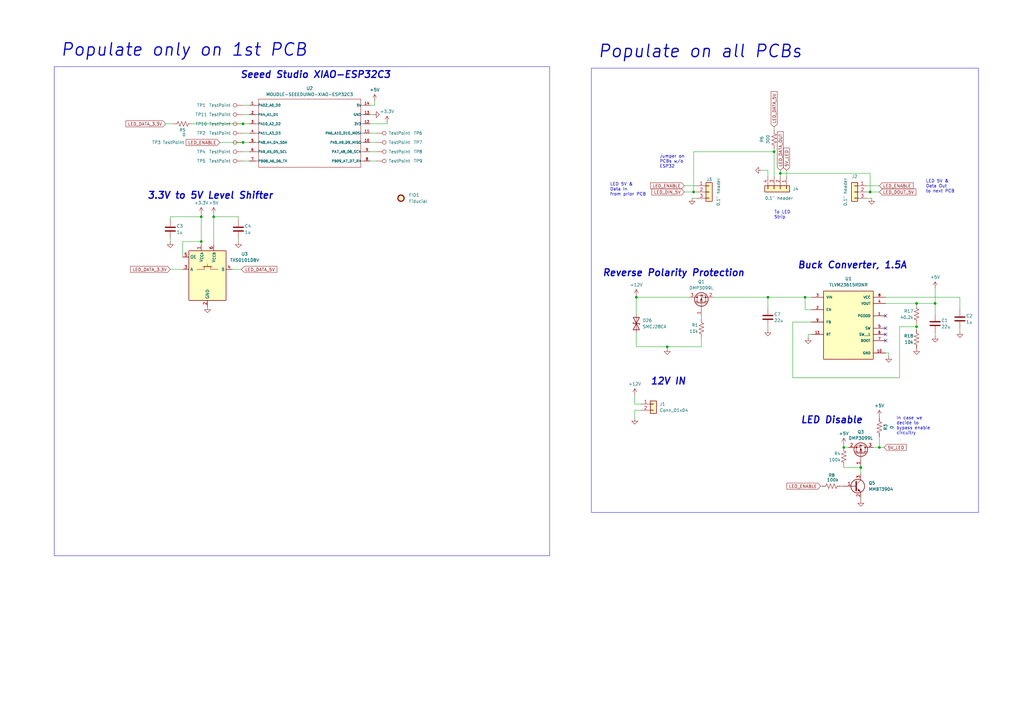
<source format=kicad_sch>
(kicad_sch
	(version 20231120)
	(generator "eeschema")
	(generator_version "8.0")
	(uuid "60311adb-3186-451e-b45a-34689bc2efc8")
	(paper "A3")
	(lib_symbols
		(symbol "1-RJC-RV:MOUDLE-SEEEDUINO-XIAO-ESP32C3"
			(pin_names
				(offset 1.016)
			)
			(exclude_from_sim no)
			(in_bom yes)
			(on_board yes)
			(property "Reference" "U"
				(at -21.59 15.24 0)
				(effects
					(font
						(size 1.27 1.27)
					)
					(justify left bottom)
				)
			)
			(property "Value" "MOUDLE-SEEEDUINO-XIAO-ESP32C3"
				(at -21.59 13.97 0)
				(effects
					(font
						(size 1.27 1.27)
					)
					(justify left bottom)
				)
			)
			(property "Footprint" "MOUDLE14P-SMD-2.54-21X17.8MM"
				(at 0 0 0)
				(effects
					(font
						(size 1.27 1.27)
					)
					(justify bottom)
					(hide yes)
				)
			)
			(property "Datasheet" ""
				(at 0 0 0)
				(effects
					(font
						(size 1.27 1.27)
					)
					(hide yes)
				)
			)
			(property "Description" ""
				(at 0 0 0)
				(effects
					(font
						(size 1.27 1.27)
					)
					(hide yes)
				)
			)
			(symbol "MOUDLE-SEEEDUINO-XIAO-ESP32C3_0_0"
				(polyline
					(pts
						(xy -21.59 -13.97) (xy -21.59 0)
					)
					(stroke
						(width 0.1524)
						(type default)
					)
					(fill
						(type none)
					)
				)
				(polyline
					(pts
						(xy -21.59 -11.43) (xy -22.86 -11.43)
					)
					(stroke
						(width 0.1524)
						(type default)
					)
					(fill
						(type none)
					)
				)
				(polyline
					(pts
						(xy -21.59 -7.62) (xy -22.86 -7.62)
					)
					(stroke
						(width 0.1524)
						(type default)
					)
					(fill
						(type none)
					)
				)
				(polyline
					(pts
						(xy -21.59 -3.81) (xy -22.86 -3.81)
					)
					(stroke
						(width 0.1524)
						(type default)
					)
					(fill
						(type none)
					)
				)
				(polyline
					(pts
						(xy -21.59 0) (xy -22.86 0)
					)
					(stroke
						(width 0.1524)
						(type default)
					)
					(fill
						(type none)
					)
				)
				(polyline
					(pts
						(xy -21.59 0) (xy -21.59 3.81)
					)
					(stroke
						(width 0.1524)
						(type default)
					)
					(fill
						(type none)
					)
				)
				(polyline
					(pts
						(xy -21.59 3.81) (xy -22.86 3.81)
					)
					(stroke
						(width 0.1524)
						(type default)
					)
					(fill
						(type none)
					)
				)
				(polyline
					(pts
						(xy -21.59 3.81) (xy -21.59 7.62)
					)
					(stroke
						(width 0.1524)
						(type default)
					)
					(fill
						(type none)
					)
				)
				(polyline
					(pts
						(xy -21.59 7.62) (xy -22.86 7.62)
					)
					(stroke
						(width 0.1524)
						(type default)
					)
					(fill
						(type none)
					)
				)
				(polyline
					(pts
						(xy -21.59 7.62) (xy -21.59 11.43)
					)
					(stroke
						(width 0.1524)
						(type default)
					)
					(fill
						(type none)
					)
				)
				(polyline
					(pts
						(xy -21.59 11.43) (xy -22.86 11.43)
					)
					(stroke
						(width 0.1524)
						(type default)
					)
					(fill
						(type none)
					)
				)
				(polyline
					(pts
						(xy -21.59 11.43) (xy -21.59 13.97)
					)
					(stroke
						(width 0.1524)
						(type default)
					)
					(fill
						(type none)
					)
				)
				(polyline
					(pts
						(xy -21.59 13.97) (xy 20.32 13.97)
					)
					(stroke
						(width 0.1524)
						(type default)
					)
					(fill
						(type none)
					)
				)
				(polyline
					(pts
						(xy 20.32 -13.97) (xy -21.59 -13.97)
					)
					(stroke
						(width 0.1524)
						(type default)
					)
					(fill
						(type none)
					)
				)
				(polyline
					(pts
						(xy 20.32 3.81) (xy 20.32 -13.97)
					)
					(stroke
						(width 0.1524)
						(type default)
					)
					(fill
						(type none)
					)
				)
				(polyline
					(pts
						(xy 20.32 7.62) (xy 20.32 3.81)
					)
					(stroke
						(width 0.1524)
						(type default)
					)
					(fill
						(type none)
					)
				)
				(polyline
					(pts
						(xy 20.32 11.43) (xy 20.32 7.62)
					)
					(stroke
						(width 0.1524)
						(type default)
					)
					(fill
						(type none)
					)
				)
				(polyline
					(pts
						(xy 20.32 13.97) (xy 20.32 11.43)
					)
					(stroke
						(width 0.1524)
						(type default)
					)
					(fill
						(type none)
					)
				)
				(polyline
					(pts
						(xy 21.59 -11.43) (xy 20.32 -11.43)
					)
					(stroke
						(width 0.1524)
						(type default)
					)
					(fill
						(type none)
					)
				)
				(polyline
					(pts
						(xy 21.59 -7.62) (xy 20.32 -7.62)
					)
					(stroke
						(width 0.1524)
						(type default)
					)
					(fill
						(type none)
					)
				)
				(polyline
					(pts
						(xy 21.59 -3.81) (xy 20.32 -3.81)
					)
					(stroke
						(width 0.1524)
						(type default)
					)
					(fill
						(type none)
					)
				)
				(polyline
					(pts
						(xy 21.59 0) (xy 20.32 0)
					)
					(stroke
						(width 0.1524)
						(type default)
					)
					(fill
						(type none)
					)
				)
				(polyline
					(pts
						(xy 21.59 3.81) (xy 20.32 3.81)
					)
					(stroke
						(width 0.1524)
						(type default)
					)
					(fill
						(type none)
					)
				)
				(polyline
					(pts
						(xy 21.59 7.62) (xy 20.32 7.62)
					)
					(stroke
						(width 0.1524)
						(type default)
					)
					(fill
						(type none)
					)
				)
				(polyline
					(pts
						(xy 21.59 11.43) (xy 20.32 11.43)
					)
					(stroke
						(width 0.1524)
						(type default)
					)
					(fill
						(type none)
					)
				)
				(pin bidirectional line
					(at -25.4 11.43 0)
					(length 2.54)
					(name "PA02_A0_D0"
						(effects
							(font
								(size 1.016 1.016)
							)
						)
					)
					(number "1"
						(effects
							(font
								(size 1.016 1.016)
							)
						)
					)
				)
				(pin bidirectional line
					(at 24.13 -3.81 180)
					(length 2.54)
					(name "PA5_A9_D9_MISO"
						(effects
							(font
								(size 1.016 1.016)
							)
						)
					)
					(number "10"
						(effects
							(font
								(size 1.016 1.016)
							)
						)
					)
				)
				(pin bidirectional line
					(at 24.13 0 180)
					(length 2.54)
					(name "PA6_A10_D10_MOSI"
						(effects
							(font
								(size 1.016 1.016)
							)
						)
					)
					(number "11"
						(effects
							(font
								(size 1.016 1.016)
							)
						)
					)
				)
				(pin bidirectional line
					(at 24.13 3.81 180)
					(length 2.54)
					(name "3V3"
						(effects
							(font
								(size 1.016 1.016)
							)
						)
					)
					(number "12"
						(effects
							(font
								(size 1.016 1.016)
							)
						)
					)
				)
				(pin bidirectional line
					(at 24.13 7.62 180)
					(length 2.54)
					(name "GND"
						(effects
							(font
								(size 1.016 1.016)
							)
						)
					)
					(number "13"
						(effects
							(font
								(size 1.016 1.016)
							)
						)
					)
				)
				(pin bidirectional line
					(at 24.13 11.43 180)
					(length 2.54)
					(name "5V"
						(effects
							(font
								(size 1.016 1.016)
							)
						)
					)
					(number "14"
						(effects
							(font
								(size 1.016 1.016)
							)
						)
					)
				)
				(pin bidirectional line
					(at -25.4 7.62 0)
					(length 2.54)
					(name "PA4_A1_D1"
						(effects
							(font
								(size 1.016 1.016)
							)
						)
					)
					(number "2"
						(effects
							(font
								(size 1.016 1.016)
							)
						)
					)
				)
				(pin bidirectional line
					(at -25.4 3.81 0)
					(length 2.54)
					(name "PA10_A2_D2"
						(effects
							(font
								(size 1.016 1.016)
							)
						)
					)
					(number "3"
						(effects
							(font
								(size 1.016 1.016)
							)
						)
					)
				)
				(pin bidirectional line
					(at -25.4 0 0)
					(length 2.54)
					(name "PA11_A3_D3"
						(effects
							(font
								(size 1.016 1.016)
							)
						)
					)
					(number "4"
						(effects
							(font
								(size 1.016 1.016)
							)
						)
					)
				)
				(pin bidirectional line
					(at -25.4 -3.81 0)
					(length 2.54)
					(name "PA8_A4_D4_SDA"
						(effects
							(font
								(size 1.016 1.016)
							)
						)
					)
					(number "5"
						(effects
							(font
								(size 1.016 1.016)
							)
						)
					)
				)
				(pin bidirectional line
					(at -25.4 -7.62 0)
					(length 2.54)
					(name "PA9_A5_D5_SCL"
						(effects
							(font
								(size 1.016 1.016)
							)
						)
					)
					(number "6"
						(effects
							(font
								(size 1.016 1.016)
							)
						)
					)
				)
				(pin bidirectional line
					(at -25.4 -11.43 0)
					(length 2.54)
					(name "PB08_A6_D6_TX"
						(effects
							(font
								(size 1.016 1.016)
							)
						)
					)
					(number "7"
						(effects
							(font
								(size 1.016 1.016)
							)
						)
					)
				)
				(pin bidirectional line
					(at 24.13 -11.43 180)
					(length 2.54)
					(name "PB09_A7_D7_RX"
						(effects
							(font
								(size 1.016 1.016)
							)
						)
					)
					(number "8"
						(effects
							(font
								(size 1.016 1.016)
							)
						)
					)
				)
				(pin bidirectional line
					(at 24.13 -7.62 180)
					(length 2.54)
					(name "PA7_A8_D8_SCK"
						(effects
							(font
								(size 1.016 1.016)
							)
						)
					)
					(number "9"
						(effects
							(font
								(size 1.016 1.016)
							)
						)
					)
				)
			)
		)
		(symbol "1-RJC-RV:TLVM23615RDNR"
			(pin_names
				(offset 1.016)
			)
			(exclude_from_sim no)
			(in_bom yes)
			(on_board yes)
			(property "Reference" "U"
				(at -10.16 13.462 0)
				(effects
					(font
						(size 1.27 1.27)
					)
					(justify left bottom)
				)
			)
			(property "Value" "TLVM23615RDNR"
				(at -10.16 -17.78 0)
				(effects
					(font
						(size 1.27 1.27)
					)
					(justify left bottom)
				)
			)
			(property "Footprint" "1-rjc-rv:TLVM23615RDNR"
				(at 0 -22.098 0)
				(effects
					(font
						(size 1.27 1.27)
					)
					(justify bottom)
					(hide yes)
				)
			)
			(property "Datasheet" ""
				(at 0 0 0)
				(effects
					(font
						(size 1.27 1.27)
					)
					(hide yes)
				)
			)
			(property "Description" ""
				(at 0 0 0)
				(effects
					(font
						(size 1.27 1.27)
					)
					(hide yes)
				)
			)
			(property "PARTREV" "B"
				(at -0.762 -26.416 0)
				(effects
					(font
						(size 1.27 1.27)
					)
					(justify bottom)
					(hide yes)
				)
			)
			(property "STANDARD" "Manufacturer Recommendations"
				(at 0.254 -28.194 0)
				(effects
					(font
						(size 1.27 1.27)
					)
					(justify bottom)
					(hide yes)
				)
			)
			(property "MAXIMUM_PACKAGE_HEIGHT" "2.1mm"
				(at -0.254 -24.384 0)
				(effects
					(font
						(size 1.27 1.27)
					)
					(justify bottom)
					(hide yes)
				)
			)
			(property "MANUFACTURER" "Texas Instruments"
				(at 0 -19.812 0)
				(effects
					(font
						(size 1.27 1.27)
					)
					(justify bottom)
					(hide yes)
				)
			)
			(symbol "TLVM23615RDNR_0_0"
				(rectangle
					(start -10.16 -15.24)
					(end 10.16 12.7)
					(stroke
						(width 0.254)
						(type default)
					)
					(fill
						(type background)
					)
				)
				(pin output line
					(at 15.24 2.54 180)
					(length 5.08)
					(name "PGOOD"
						(effects
							(font
								(size 1.016 1.016)
							)
						)
					)
					(number "1"
						(effects
							(font
								(size 1.016 1.016)
							)
						)
					)
				)
				(pin power_in line
					(at 15.24 -12.7 180)
					(length 5.08)
					(name "GND"
						(effects
							(font
								(size 1.016 1.016)
							)
						)
					)
					(number "10"
						(effects
							(font
								(size 1.016 1.016)
							)
						)
					)
				)
				(pin passive line
					(at -15.24 -5.08 0)
					(length 5.08)
					(name "RT"
						(effects
							(font
								(size 1.016 1.016)
							)
						)
					)
					(number "11"
						(effects
							(font
								(size 1.016 1.016)
							)
						)
					)
				)
				(pin input line
					(at -15.24 5.08 0)
					(length 5.08)
					(name "EN"
						(effects
							(font
								(size 1.016 1.016)
							)
						)
					)
					(number "2"
						(effects
							(font
								(size 1.016 1.016)
							)
						)
					)
				)
				(pin input line
					(at -15.24 10.16 0)
					(length 5.08)
					(name "VIN"
						(effects
							(font
								(size 1.016 1.016)
							)
						)
					)
					(number "3"
						(effects
							(font
								(size 1.016 1.016)
							)
						)
					)
				)
				(pin output line
					(at 15.24 7.62 180)
					(length 5.08)
					(name "VOUT"
						(effects
							(font
								(size 1.016 1.016)
							)
						)
					)
					(number "4"
						(effects
							(font
								(size 1.016 1.016)
							)
						)
					)
				)
				(pin passive line
					(at 15.24 -2.54 180)
					(length 5.08)
					(name "SW"
						(effects
							(font
								(size 1.016 1.016)
							)
						)
					)
					(number "5"
						(effects
							(font
								(size 1.016 1.016)
							)
						)
					)
				)
				(pin passive line
					(at 15.24 -5.08 180)
					(length 5.08)
					(name "SW__1"
						(effects
							(font
								(size 1.016 1.016)
							)
						)
					)
					(number "6"
						(effects
							(font
								(size 1.016 1.016)
							)
						)
					)
				)
				(pin passive line
					(at 15.24 -7.62 180)
					(length 5.08)
					(name "BOOT"
						(effects
							(font
								(size 1.016 1.016)
							)
						)
					)
					(number "7"
						(effects
							(font
								(size 1.016 1.016)
							)
						)
					)
				)
				(pin output line
					(at 15.24 10.16 180)
					(length 5.08)
					(name "VCC"
						(effects
							(font
								(size 1.016 1.016)
							)
						)
					)
					(number "8"
						(effects
							(font
								(size 1.016 1.016)
							)
						)
					)
				)
				(pin input line
					(at -15.24 0 0)
					(length 5.08)
					(name "FB"
						(effects
							(font
								(size 1.016 1.016)
							)
						)
					)
					(number "9"
						(effects
							(font
								(size 1.016 1.016)
							)
						)
					)
				)
			)
		)
		(symbol "Connector:TestPoint"
			(pin_numbers hide)
			(pin_names
				(offset 0.762) hide)
			(exclude_from_sim no)
			(in_bom yes)
			(on_board yes)
			(property "Reference" "TP"
				(at 0 6.858 0)
				(effects
					(font
						(size 1.27 1.27)
					)
				)
			)
			(property "Value" "TestPoint"
				(at 0 5.08 0)
				(effects
					(font
						(size 1.27 1.27)
					)
				)
			)
			(property "Footprint" ""
				(at 5.08 0 0)
				(effects
					(font
						(size 1.27 1.27)
					)
					(hide yes)
				)
			)
			(property "Datasheet" "~"
				(at 5.08 0 0)
				(effects
					(font
						(size 1.27 1.27)
					)
					(hide yes)
				)
			)
			(property "Description" "test point"
				(at 0 0 0)
				(effects
					(font
						(size 1.27 1.27)
					)
					(hide yes)
				)
			)
			(property "ki_keywords" "test point tp"
				(at 0 0 0)
				(effects
					(font
						(size 1.27 1.27)
					)
					(hide yes)
				)
			)
			(property "ki_fp_filters" "Pin* Test*"
				(at 0 0 0)
				(effects
					(font
						(size 1.27 1.27)
					)
					(hide yes)
				)
			)
			(symbol "TestPoint_0_1"
				(circle
					(center 0 3.302)
					(radius 0.762)
					(stroke
						(width 0)
						(type default)
					)
					(fill
						(type none)
					)
				)
			)
			(symbol "TestPoint_1_1"
				(pin passive line
					(at 0 0 90)
					(length 2.54)
					(name "1"
						(effects
							(font
								(size 1.27 1.27)
							)
						)
					)
					(number "1"
						(effects
							(font
								(size 1.27 1.27)
							)
						)
					)
				)
			)
		)
		(symbol "Connector_Generic:Conn_01x02"
			(pin_names
				(offset 1.016) hide)
			(exclude_from_sim no)
			(in_bom yes)
			(on_board yes)
			(property "Reference" "J"
				(at 0 2.54 0)
				(effects
					(font
						(size 1.27 1.27)
					)
				)
			)
			(property "Value" "Conn_01x02"
				(at 0 -5.08 0)
				(effects
					(font
						(size 1.27 1.27)
					)
				)
			)
			(property "Footprint" ""
				(at 0 0 0)
				(effects
					(font
						(size 1.27 1.27)
					)
					(hide yes)
				)
			)
			(property "Datasheet" "~"
				(at 0 0 0)
				(effects
					(font
						(size 1.27 1.27)
					)
					(hide yes)
				)
			)
			(property "Description" "Generic connector, single row, 01x02, script generated (kicad-library-utils/schlib/autogen/connector/)"
				(at 0 0 0)
				(effects
					(font
						(size 1.27 1.27)
					)
					(hide yes)
				)
			)
			(property "ki_keywords" "connector"
				(at 0 0 0)
				(effects
					(font
						(size 1.27 1.27)
					)
					(hide yes)
				)
			)
			(property "ki_fp_filters" "Connector*:*_1x??_*"
				(at 0 0 0)
				(effects
					(font
						(size 1.27 1.27)
					)
					(hide yes)
				)
			)
			(symbol "Conn_01x02_1_1"
				(rectangle
					(start -1.27 -2.413)
					(end 0 -2.667)
					(stroke
						(width 0.1524)
						(type default)
					)
					(fill
						(type none)
					)
				)
				(rectangle
					(start -1.27 0.127)
					(end 0 -0.127)
					(stroke
						(width 0.1524)
						(type default)
					)
					(fill
						(type none)
					)
				)
				(rectangle
					(start -1.27 1.27)
					(end 1.27 -3.81)
					(stroke
						(width 0.254)
						(type default)
					)
					(fill
						(type background)
					)
				)
				(pin passive line
					(at -5.08 0 0)
					(length 3.81)
					(name "Pin_1"
						(effects
							(font
								(size 1.27 1.27)
							)
						)
					)
					(number "1"
						(effects
							(font
								(size 1.27 1.27)
							)
						)
					)
				)
				(pin passive line
					(at -5.08 -2.54 0)
					(length 3.81)
					(name "Pin_2"
						(effects
							(font
								(size 1.27 1.27)
							)
						)
					)
					(number "2"
						(effects
							(font
								(size 1.27 1.27)
							)
						)
					)
				)
			)
		)
		(symbol "Connector_Generic:Conn_01x03"
			(pin_names
				(offset 1.016) hide)
			(exclude_from_sim no)
			(in_bom yes)
			(on_board yes)
			(property "Reference" "J"
				(at 0 5.08 0)
				(effects
					(font
						(size 1.27 1.27)
					)
				)
			)
			(property "Value" "Conn_01x03"
				(at 0 -5.08 0)
				(effects
					(font
						(size 1.27 1.27)
					)
				)
			)
			(property "Footprint" ""
				(at 0 0 0)
				(effects
					(font
						(size 1.27 1.27)
					)
					(hide yes)
				)
			)
			(property "Datasheet" "~"
				(at 0 0 0)
				(effects
					(font
						(size 1.27 1.27)
					)
					(hide yes)
				)
			)
			(property "Description" "Generic connector, single row, 01x03, script generated (kicad-library-utils/schlib/autogen/connector/)"
				(at 0 0 0)
				(effects
					(font
						(size 1.27 1.27)
					)
					(hide yes)
				)
			)
			(property "ki_keywords" "connector"
				(at 0 0 0)
				(effects
					(font
						(size 1.27 1.27)
					)
					(hide yes)
				)
			)
			(property "ki_fp_filters" "Connector*:*_1x??_*"
				(at 0 0 0)
				(effects
					(font
						(size 1.27 1.27)
					)
					(hide yes)
				)
			)
			(symbol "Conn_01x03_1_1"
				(rectangle
					(start -1.27 -2.413)
					(end 0 -2.667)
					(stroke
						(width 0.1524)
						(type default)
					)
					(fill
						(type none)
					)
				)
				(rectangle
					(start -1.27 0.127)
					(end 0 -0.127)
					(stroke
						(width 0.1524)
						(type default)
					)
					(fill
						(type none)
					)
				)
				(rectangle
					(start -1.27 2.667)
					(end 0 2.413)
					(stroke
						(width 0.1524)
						(type default)
					)
					(fill
						(type none)
					)
				)
				(rectangle
					(start -1.27 3.81)
					(end 1.27 -3.81)
					(stroke
						(width 0.254)
						(type default)
					)
					(fill
						(type background)
					)
				)
				(pin passive line
					(at -5.08 2.54 0)
					(length 3.81)
					(name "Pin_1"
						(effects
							(font
								(size 1.27 1.27)
							)
						)
					)
					(number "1"
						(effects
							(font
								(size 1.27 1.27)
							)
						)
					)
				)
				(pin passive line
					(at -5.08 0 0)
					(length 3.81)
					(name "Pin_2"
						(effects
							(font
								(size 1.27 1.27)
							)
						)
					)
					(number "2"
						(effects
							(font
								(size 1.27 1.27)
							)
						)
					)
				)
				(pin passive line
					(at -5.08 -2.54 0)
					(length 3.81)
					(name "Pin_3"
						(effects
							(font
								(size 1.27 1.27)
							)
						)
					)
					(number "3"
						(effects
							(font
								(size 1.27 1.27)
							)
						)
					)
				)
			)
		)
		(symbol "Connector_Generic:Conn_01x04"
			(pin_names
				(offset 1.016) hide)
			(exclude_from_sim no)
			(in_bom yes)
			(on_board yes)
			(property "Reference" "J"
				(at 0 5.08 0)
				(effects
					(font
						(size 1.27 1.27)
					)
				)
			)
			(property "Value" "Conn_01x04"
				(at 0 -7.62 0)
				(effects
					(font
						(size 1.27 1.27)
					)
				)
			)
			(property "Footprint" ""
				(at 0 0 0)
				(effects
					(font
						(size 1.27 1.27)
					)
					(hide yes)
				)
			)
			(property "Datasheet" "~"
				(at 0 0 0)
				(effects
					(font
						(size 1.27 1.27)
					)
					(hide yes)
				)
			)
			(property "Description" "Generic connector, single row, 01x04, script generated (kicad-library-utils/schlib/autogen/connector/)"
				(at 0 0 0)
				(effects
					(font
						(size 1.27 1.27)
					)
					(hide yes)
				)
			)
			(property "ki_keywords" "connector"
				(at 0 0 0)
				(effects
					(font
						(size 1.27 1.27)
					)
					(hide yes)
				)
			)
			(property "ki_fp_filters" "Connector*:*_1x??_*"
				(at 0 0 0)
				(effects
					(font
						(size 1.27 1.27)
					)
					(hide yes)
				)
			)
			(symbol "Conn_01x04_1_1"
				(rectangle
					(start -1.27 -4.953)
					(end 0 -5.207)
					(stroke
						(width 0.1524)
						(type default)
					)
					(fill
						(type none)
					)
				)
				(rectangle
					(start -1.27 -2.413)
					(end 0 -2.667)
					(stroke
						(width 0.1524)
						(type default)
					)
					(fill
						(type none)
					)
				)
				(rectangle
					(start -1.27 0.127)
					(end 0 -0.127)
					(stroke
						(width 0.1524)
						(type default)
					)
					(fill
						(type none)
					)
				)
				(rectangle
					(start -1.27 2.667)
					(end 0 2.413)
					(stroke
						(width 0.1524)
						(type default)
					)
					(fill
						(type none)
					)
				)
				(rectangle
					(start -1.27 3.81)
					(end 1.27 -6.35)
					(stroke
						(width 0.254)
						(type default)
					)
					(fill
						(type background)
					)
				)
				(pin passive line
					(at -5.08 2.54 0)
					(length 3.81)
					(name "Pin_1"
						(effects
							(font
								(size 1.27 1.27)
							)
						)
					)
					(number "1"
						(effects
							(font
								(size 1.27 1.27)
							)
						)
					)
				)
				(pin passive line
					(at -5.08 0 0)
					(length 3.81)
					(name "Pin_2"
						(effects
							(font
								(size 1.27 1.27)
							)
						)
					)
					(number "2"
						(effects
							(font
								(size 1.27 1.27)
							)
						)
					)
				)
				(pin passive line
					(at -5.08 -2.54 0)
					(length 3.81)
					(name "Pin_3"
						(effects
							(font
								(size 1.27 1.27)
							)
						)
					)
					(number "3"
						(effects
							(font
								(size 1.27 1.27)
							)
						)
					)
				)
				(pin passive line
					(at -5.08 -5.08 0)
					(length 3.81)
					(name "Pin_4"
						(effects
							(font
								(size 1.27 1.27)
							)
						)
					)
					(number "4"
						(effects
							(font
								(size 1.27 1.27)
							)
						)
					)
				)
			)
		)
		(symbol "Device:C"
			(pin_numbers hide)
			(pin_names
				(offset 0.254)
			)
			(exclude_from_sim no)
			(in_bom yes)
			(on_board yes)
			(property "Reference" "C"
				(at 0.635 2.54 0)
				(effects
					(font
						(size 1.27 1.27)
					)
					(justify left)
				)
			)
			(property "Value" "C"
				(at 0.635 -2.54 0)
				(effects
					(font
						(size 1.27 1.27)
					)
					(justify left)
				)
			)
			(property "Footprint" ""
				(at 0.9652 -3.81 0)
				(effects
					(font
						(size 1.27 1.27)
					)
					(hide yes)
				)
			)
			(property "Datasheet" "~"
				(at 0 0 0)
				(effects
					(font
						(size 1.27 1.27)
					)
					(hide yes)
				)
			)
			(property "Description" "Unpolarized capacitor"
				(at 0 0 0)
				(effects
					(font
						(size 1.27 1.27)
					)
					(hide yes)
				)
			)
			(property "ki_keywords" "cap capacitor"
				(at 0 0 0)
				(effects
					(font
						(size 1.27 1.27)
					)
					(hide yes)
				)
			)
			(property "ki_fp_filters" "C_*"
				(at 0 0 0)
				(effects
					(font
						(size 1.27 1.27)
					)
					(hide yes)
				)
			)
			(symbol "C_0_1"
				(polyline
					(pts
						(xy -2.032 -0.762) (xy 2.032 -0.762)
					)
					(stroke
						(width 0.508)
						(type default)
					)
					(fill
						(type none)
					)
				)
				(polyline
					(pts
						(xy -2.032 0.762) (xy 2.032 0.762)
					)
					(stroke
						(width 0.508)
						(type default)
					)
					(fill
						(type none)
					)
				)
			)
			(symbol "C_1_1"
				(pin passive line
					(at 0 3.81 270)
					(length 2.794)
					(name "~"
						(effects
							(font
								(size 1.27 1.27)
							)
						)
					)
					(number "1"
						(effects
							(font
								(size 1.27 1.27)
							)
						)
					)
				)
				(pin passive line
					(at 0 -3.81 90)
					(length 2.794)
					(name "~"
						(effects
							(font
								(size 1.27 1.27)
							)
						)
					)
					(number "2"
						(effects
							(font
								(size 1.27 1.27)
							)
						)
					)
				)
			)
		)
		(symbol "Device:D_TVS"
			(pin_numbers hide)
			(pin_names
				(offset 1.016) hide)
			(exclude_from_sim no)
			(in_bom yes)
			(on_board yes)
			(property "Reference" "D"
				(at 0 2.54 0)
				(effects
					(font
						(size 1.27 1.27)
					)
				)
			)
			(property "Value" "D_TVS"
				(at 0 -2.54 0)
				(effects
					(font
						(size 1.27 1.27)
					)
				)
			)
			(property "Footprint" ""
				(at 0 0 0)
				(effects
					(font
						(size 1.27 1.27)
					)
					(hide yes)
				)
			)
			(property "Datasheet" "~"
				(at 0 0 0)
				(effects
					(font
						(size 1.27 1.27)
					)
					(hide yes)
				)
			)
			(property "Description" "Bidirectional transient-voltage-suppression diode"
				(at 0 0 0)
				(effects
					(font
						(size 1.27 1.27)
					)
					(hide yes)
				)
			)
			(property "ki_keywords" "diode TVS thyrector"
				(at 0 0 0)
				(effects
					(font
						(size 1.27 1.27)
					)
					(hide yes)
				)
			)
			(property "ki_fp_filters" "TO-???* *_Diode_* *SingleDiode* D_*"
				(at 0 0 0)
				(effects
					(font
						(size 1.27 1.27)
					)
					(hide yes)
				)
			)
			(symbol "D_TVS_0_1"
				(polyline
					(pts
						(xy 1.27 0) (xy -1.27 0)
					)
					(stroke
						(width 0)
						(type default)
					)
					(fill
						(type none)
					)
				)
				(polyline
					(pts
						(xy 0.508 1.27) (xy 0 1.27) (xy 0 -1.27) (xy -0.508 -1.27)
					)
					(stroke
						(width 0.254)
						(type default)
					)
					(fill
						(type none)
					)
				)
				(polyline
					(pts
						(xy -2.54 1.27) (xy -2.54 -1.27) (xy 2.54 1.27) (xy 2.54 -1.27) (xy -2.54 1.27)
					)
					(stroke
						(width 0.254)
						(type default)
					)
					(fill
						(type none)
					)
				)
			)
			(symbol "D_TVS_1_1"
				(pin passive line
					(at -3.81 0 0)
					(length 2.54)
					(name "A1"
						(effects
							(font
								(size 1.27 1.27)
							)
						)
					)
					(number "1"
						(effects
							(font
								(size 1.27 1.27)
							)
						)
					)
				)
				(pin passive line
					(at 3.81 0 180)
					(length 2.54)
					(name "A2"
						(effects
							(font
								(size 1.27 1.27)
							)
						)
					)
					(number "2"
						(effects
							(font
								(size 1.27 1.27)
							)
						)
					)
				)
			)
		)
		(symbol "Device:Q_PMOS_GSD"
			(pin_names
				(offset 0) hide)
			(exclude_from_sim no)
			(in_bom yes)
			(on_board yes)
			(property "Reference" "Q"
				(at 5.08 1.27 0)
				(effects
					(font
						(size 1.27 1.27)
					)
					(justify left)
				)
			)
			(property "Value" "Q_PMOS_GSD"
				(at 5.08 -1.27 0)
				(effects
					(font
						(size 1.27 1.27)
					)
					(justify left)
				)
			)
			(property "Footprint" ""
				(at 5.08 2.54 0)
				(effects
					(font
						(size 1.27 1.27)
					)
					(hide yes)
				)
			)
			(property "Datasheet" "~"
				(at 0 0 0)
				(effects
					(font
						(size 1.27 1.27)
					)
					(hide yes)
				)
			)
			(property "Description" "P-MOSFET transistor, gate/source/drain"
				(at 0 0 0)
				(effects
					(font
						(size 1.27 1.27)
					)
					(hide yes)
				)
			)
			(property "ki_keywords" "transistor PMOS P-MOS P-MOSFET"
				(at 0 0 0)
				(effects
					(font
						(size 1.27 1.27)
					)
					(hide yes)
				)
			)
			(symbol "Q_PMOS_GSD_0_1"
				(polyline
					(pts
						(xy 0.254 0) (xy -2.54 0)
					)
					(stroke
						(width 0)
						(type default)
					)
					(fill
						(type none)
					)
				)
				(polyline
					(pts
						(xy 0.254 1.905) (xy 0.254 -1.905)
					)
					(stroke
						(width 0.254)
						(type default)
					)
					(fill
						(type none)
					)
				)
				(polyline
					(pts
						(xy 0.762 -1.27) (xy 0.762 -2.286)
					)
					(stroke
						(width 0.254)
						(type default)
					)
					(fill
						(type none)
					)
				)
				(polyline
					(pts
						(xy 0.762 0.508) (xy 0.762 -0.508)
					)
					(stroke
						(width 0.254)
						(type default)
					)
					(fill
						(type none)
					)
				)
				(polyline
					(pts
						(xy 0.762 2.286) (xy 0.762 1.27)
					)
					(stroke
						(width 0.254)
						(type default)
					)
					(fill
						(type none)
					)
				)
				(polyline
					(pts
						(xy 2.54 2.54) (xy 2.54 1.778)
					)
					(stroke
						(width 0)
						(type default)
					)
					(fill
						(type none)
					)
				)
				(polyline
					(pts
						(xy 2.54 -2.54) (xy 2.54 0) (xy 0.762 0)
					)
					(stroke
						(width 0)
						(type default)
					)
					(fill
						(type none)
					)
				)
				(polyline
					(pts
						(xy 0.762 1.778) (xy 3.302 1.778) (xy 3.302 -1.778) (xy 0.762 -1.778)
					)
					(stroke
						(width 0)
						(type default)
					)
					(fill
						(type none)
					)
				)
				(polyline
					(pts
						(xy 2.286 0) (xy 1.27 0.381) (xy 1.27 -0.381) (xy 2.286 0)
					)
					(stroke
						(width 0)
						(type default)
					)
					(fill
						(type outline)
					)
				)
				(polyline
					(pts
						(xy 2.794 -0.508) (xy 2.921 -0.381) (xy 3.683 -0.381) (xy 3.81 -0.254)
					)
					(stroke
						(width 0)
						(type default)
					)
					(fill
						(type none)
					)
				)
				(polyline
					(pts
						(xy 3.302 -0.381) (xy 2.921 0.254) (xy 3.683 0.254) (xy 3.302 -0.381)
					)
					(stroke
						(width 0)
						(type default)
					)
					(fill
						(type none)
					)
				)
				(circle
					(center 1.651 0)
					(radius 2.794)
					(stroke
						(width 0.254)
						(type default)
					)
					(fill
						(type none)
					)
				)
				(circle
					(center 2.54 -1.778)
					(radius 0.254)
					(stroke
						(width 0)
						(type default)
					)
					(fill
						(type outline)
					)
				)
				(circle
					(center 2.54 1.778)
					(radius 0.254)
					(stroke
						(width 0)
						(type default)
					)
					(fill
						(type outline)
					)
				)
			)
			(symbol "Q_PMOS_GSD_1_1"
				(pin input line
					(at -5.08 0 0)
					(length 2.54)
					(name "G"
						(effects
							(font
								(size 1.27 1.27)
							)
						)
					)
					(number "1"
						(effects
							(font
								(size 1.27 1.27)
							)
						)
					)
				)
				(pin passive line
					(at 2.54 -5.08 90)
					(length 2.54)
					(name "S"
						(effects
							(font
								(size 1.27 1.27)
							)
						)
					)
					(number "2"
						(effects
							(font
								(size 1.27 1.27)
							)
						)
					)
				)
				(pin passive line
					(at 2.54 5.08 270)
					(length 2.54)
					(name "D"
						(effects
							(font
								(size 1.27 1.27)
							)
						)
					)
					(number "3"
						(effects
							(font
								(size 1.27 1.27)
							)
						)
					)
				)
			)
		)
		(symbol "Device:R_US"
			(pin_numbers hide)
			(pin_names
				(offset 0)
			)
			(exclude_from_sim no)
			(in_bom yes)
			(on_board yes)
			(property "Reference" "R"
				(at 2.54 0 90)
				(effects
					(font
						(size 1.27 1.27)
					)
				)
			)
			(property "Value" "R_US"
				(at -2.54 0 90)
				(effects
					(font
						(size 1.27 1.27)
					)
				)
			)
			(property "Footprint" ""
				(at 1.016 -0.254 90)
				(effects
					(font
						(size 1.27 1.27)
					)
					(hide yes)
				)
			)
			(property "Datasheet" "~"
				(at 0 0 0)
				(effects
					(font
						(size 1.27 1.27)
					)
					(hide yes)
				)
			)
			(property "Description" "Resistor, US symbol"
				(at 0 0 0)
				(effects
					(font
						(size 1.27 1.27)
					)
					(hide yes)
				)
			)
			(property "ki_keywords" "R res resistor"
				(at 0 0 0)
				(effects
					(font
						(size 1.27 1.27)
					)
					(hide yes)
				)
			)
			(property "ki_fp_filters" "R_*"
				(at 0 0 0)
				(effects
					(font
						(size 1.27 1.27)
					)
					(hide yes)
				)
			)
			(symbol "R_US_0_1"
				(polyline
					(pts
						(xy 0 -2.286) (xy 0 -2.54)
					)
					(stroke
						(width 0)
						(type default)
					)
					(fill
						(type none)
					)
				)
				(polyline
					(pts
						(xy 0 2.286) (xy 0 2.54)
					)
					(stroke
						(width 0)
						(type default)
					)
					(fill
						(type none)
					)
				)
				(polyline
					(pts
						(xy 0 -0.762) (xy 1.016 -1.143) (xy 0 -1.524) (xy -1.016 -1.905) (xy 0 -2.286)
					)
					(stroke
						(width 0)
						(type default)
					)
					(fill
						(type none)
					)
				)
				(polyline
					(pts
						(xy 0 0.762) (xy 1.016 0.381) (xy 0 0) (xy -1.016 -0.381) (xy 0 -0.762)
					)
					(stroke
						(width 0)
						(type default)
					)
					(fill
						(type none)
					)
				)
				(polyline
					(pts
						(xy 0 2.286) (xy 1.016 1.905) (xy 0 1.524) (xy -1.016 1.143) (xy 0 0.762)
					)
					(stroke
						(width 0)
						(type default)
					)
					(fill
						(type none)
					)
				)
			)
			(symbol "R_US_1_1"
				(pin passive line
					(at 0 3.81 270)
					(length 1.27)
					(name "~"
						(effects
							(font
								(size 1.27 1.27)
							)
						)
					)
					(number "1"
						(effects
							(font
								(size 1.27 1.27)
							)
						)
					)
				)
				(pin passive line
					(at 0 -3.81 90)
					(length 1.27)
					(name "~"
						(effects
							(font
								(size 1.27 1.27)
							)
						)
					)
					(number "2"
						(effects
							(font
								(size 1.27 1.27)
							)
						)
					)
				)
			)
		)
		(symbol "Logic_LevelTranslator:TXS0101DBV"
			(exclude_from_sim no)
			(in_bom yes)
			(on_board yes)
			(property "Reference" "U"
				(at -6.35 11.43 0)
				(effects
					(font
						(size 1.27 1.27)
					)
				)
			)
			(property "Value" "TXS0101DBV"
				(at 8.89 11.43 0)
				(effects
					(font
						(size 1.27 1.27)
					)
				)
			)
			(property "Footprint" "Package_TO_SOT_SMD:SOT-23-6"
				(at 1.27 -11.43 0)
				(effects
					(font
						(size 1.27 1.27)
					)
					(justify left)
					(hide yes)
				)
			)
			(property "Datasheet" "https://www.ti.com/lit/ds/symlink/txs0101.pdf"
				(at 0 -24.13 0)
				(effects
					(font
						(size 1.27 1.27)
					)
					(hide yes)
				)
			)
			(property "Description" "1-Bit Bidirectional Voltage-Level Shifter for Open-Drain and Push-Pull Application, SOT-23"
				(at 0 0 0)
				(effects
					(font
						(size 1.27 1.27)
					)
					(hide yes)
				)
			)
			(property "ki_keywords" "Level-Shifter CMOS-TTL-Translation"
				(at 0 0 0)
				(effects
					(font
						(size 1.27 1.27)
					)
					(hide yes)
				)
			)
			(property "ki_fp_filters" "SOT?23*"
				(at 0 0 0)
				(effects
					(font
						(size 1.27 1.27)
					)
					(hide yes)
				)
			)
			(symbol "TXS0101DBV_0_1"
				(rectangle
					(start -7.62 10.16)
					(end 7.62 -10.16)
					(stroke
						(width 0.254)
						(type default)
					)
					(fill
						(type background)
					)
				)
			)
			(symbol "TXS0101DBV_1_1"
				(polyline
					(pts
						(xy -4.318 2.54) (xy -1.27 2.54)
					)
					(stroke
						(width 0)
						(type default)
					)
					(fill
						(type none)
					)
				)
				(polyline
					(pts
						(xy -2.032 3.556) (xy 2.032 3.556)
					)
					(stroke
						(width 0)
						(type default)
					)
					(fill
						(type none)
					)
				)
				(polyline
					(pts
						(xy -1.524 3.81) (xy 1.524 3.81)
					)
					(stroke
						(width 0)
						(type default)
					)
					(fill
						(type none)
					)
				)
				(polyline
					(pts
						(xy -1.27 2.54) (xy -1.27 3.556)
					)
					(stroke
						(width 0)
						(type default)
					)
					(fill
						(type none)
					)
				)
				(polyline
					(pts
						(xy 0 3.81) (xy 0 4.826)
					)
					(stroke
						(width 0)
						(type default)
					)
					(fill
						(type none)
					)
				)
				(polyline
					(pts
						(xy 1.27 2.54) (xy 1.27 3.556)
					)
					(stroke
						(width 0)
						(type default)
					)
					(fill
						(type none)
					)
				)
				(polyline
					(pts
						(xy 4.318 2.54) (xy 1.27 2.54)
					)
					(stroke
						(width 0)
						(type default)
					)
					(fill
						(type none)
					)
				)
				(pin power_in line
					(at -2.54 12.7 270)
					(length 2.54)
					(name "V_{CCA}"
						(effects
							(font
								(size 1.27 1.27)
							)
						)
					)
					(number "1"
						(effects
							(font
								(size 1.27 1.27)
							)
						)
					)
				)
				(pin power_in line
					(at 0 -12.7 90)
					(length 2.54)
					(name "GND"
						(effects
							(font
								(size 1.27 1.27)
							)
						)
					)
					(number "2"
						(effects
							(font
								(size 1.27 1.27)
							)
						)
					)
				)
				(pin bidirectional line
					(at -10.16 2.54 0)
					(length 2.54)
					(name "A"
						(effects
							(font
								(size 1.27 1.27)
							)
						)
					)
					(number "3"
						(effects
							(font
								(size 1.27 1.27)
							)
						)
					)
				)
				(pin bidirectional line
					(at 10.16 2.54 180)
					(length 2.54)
					(name "B"
						(effects
							(font
								(size 1.27 1.27)
							)
						)
					)
					(number "4"
						(effects
							(font
								(size 1.27 1.27)
							)
						)
					)
				)
				(pin input line
					(at -10.16 7.62 0)
					(length 2.54)
					(name "OE"
						(effects
							(font
								(size 1.27 1.27)
							)
						)
					)
					(number "5"
						(effects
							(font
								(size 1.27 1.27)
							)
						)
					)
				)
				(pin power_in line
					(at 2.54 12.7 270)
					(length 2.54)
					(name "V_{CCB}"
						(effects
							(font
								(size 1.27 1.27)
							)
						)
					)
					(number "6"
						(effects
							(font
								(size 1.27 1.27)
							)
						)
					)
				)
			)
		)
		(symbol "Mechanical:Fiducial"
			(exclude_from_sim yes)
			(in_bom no)
			(on_board yes)
			(property "Reference" "FID"
				(at 0 5.08 0)
				(effects
					(font
						(size 1.27 1.27)
					)
				)
			)
			(property "Value" "Fiducial"
				(at 0 3.175 0)
				(effects
					(font
						(size 1.27 1.27)
					)
				)
			)
			(property "Footprint" ""
				(at 0 0 0)
				(effects
					(font
						(size 1.27 1.27)
					)
					(hide yes)
				)
			)
			(property "Datasheet" "~"
				(at 0 0 0)
				(effects
					(font
						(size 1.27 1.27)
					)
					(hide yes)
				)
			)
			(property "Description" "Fiducial Marker"
				(at 0 0 0)
				(effects
					(font
						(size 1.27 1.27)
					)
					(hide yes)
				)
			)
			(property "ki_keywords" "fiducial marker"
				(at 0 0 0)
				(effects
					(font
						(size 1.27 1.27)
					)
					(hide yes)
				)
			)
			(property "ki_fp_filters" "Fiducial*"
				(at 0 0 0)
				(effects
					(font
						(size 1.27 1.27)
					)
					(hide yes)
				)
			)
			(symbol "Fiducial_0_1"
				(circle
					(center 0 0)
					(radius 1.27)
					(stroke
						(width 0.508)
						(type default)
					)
					(fill
						(type background)
					)
				)
			)
		)
		(symbol "Transistor_BJT:MMBT3904"
			(pin_names
				(offset 0) hide)
			(exclude_from_sim no)
			(in_bom yes)
			(on_board yes)
			(property "Reference" "Q"
				(at 5.08 1.905 0)
				(effects
					(font
						(size 1.27 1.27)
					)
					(justify left)
				)
			)
			(property "Value" "MMBT3904"
				(at 5.08 0 0)
				(effects
					(font
						(size 1.27 1.27)
					)
					(justify left)
				)
			)
			(property "Footprint" "Package_TO_SOT_SMD:SOT-23"
				(at 5.08 -1.905 0)
				(effects
					(font
						(size 1.27 1.27)
						(italic yes)
					)
					(justify left)
					(hide yes)
				)
			)
			(property "Datasheet" "https://www.onsemi.com/pdf/datasheet/pzt3904-d.pdf"
				(at 0 0 0)
				(effects
					(font
						(size 1.27 1.27)
					)
					(justify left)
					(hide yes)
				)
			)
			(property "Description" "0.2A Ic, 40V Vce, Small Signal NPN Transistor, SOT-23"
				(at 0 0 0)
				(effects
					(font
						(size 1.27 1.27)
					)
					(hide yes)
				)
			)
			(property "ki_keywords" "NPN Transistor"
				(at 0 0 0)
				(effects
					(font
						(size 1.27 1.27)
					)
					(hide yes)
				)
			)
			(property "ki_fp_filters" "SOT?23*"
				(at 0 0 0)
				(effects
					(font
						(size 1.27 1.27)
					)
					(hide yes)
				)
			)
			(symbol "MMBT3904_0_1"
				(polyline
					(pts
						(xy 0.635 0.635) (xy 2.54 2.54)
					)
					(stroke
						(width 0)
						(type default)
					)
					(fill
						(type none)
					)
				)
				(polyline
					(pts
						(xy 0.635 -0.635) (xy 2.54 -2.54) (xy 2.54 -2.54)
					)
					(stroke
						(width 0)
						(type default)
					)
					(fill
						(type none)
					)
				)
				(polyline
					(pts
						(xy 0.635 1.905) (xy 0.635 -1.905) (xy 0.635 -1.905)
					)
					(stroke
						(width 0.508)
						(type default)
					)
					(fill
						(type none)
					)
				)
				(polyline
					(pts
						(xy 1.27 -1.778) (xy 1.778 -1.27) (xy 2.286 -2.286) (xy 1.27 -1.778) (xy 1.27 -1.778)
					)
					(stroke
						(width 0)
						(type default)
					)
					(fill
						(type outline)
					)
				)
				(circle
					(center 1.27 0)
					(radius 2.8194)
					(stroke
						(width 0.254)
						(type default)
					)
					(fill
						(type none)
					)
				)
			)
			(symbol "MMBT3904_1_1"
				(pin input line
					(at -5.08 0 0)
					(length 5.715)
					(name "B"
						(effects
							(font
								(size 1.27 1.27)
							)
						)
					)
					(number "1"
						(effects
							(font
								(size 1.27 1.27)
							)
						)
					)
				)
				(pin passive line
					(at 2.54 -5.08 90)
					(length 2.54)
					(name "E"
						(effects
							(font
								(size 1.27 1.27)
							)
						)
					)
					(number "2"
						(effects
							(font
								(size 1.27 1.27)
							)
						)
					)
				)
				(pin passive line
					(at 2.54 5.08 270)
					(length 2.54)
					(name "C"
						(effects
							(font
								(size 1.27 1.27)
							)
						)
					)
					(number "3"
						(effects
							(font
								(size 1.27 1.27)
							)
						)
					)
				)
			)
		)
		(symbol "power:+12V"
			(power)
			(pin_numbers hide)
			(pin_names
				(offset 0) hide)
			(exclude_from_sim no)
			(in_bom yes)
			(on_board yes)
			(property "Reference" "#PWR"
				(at 0 -3.81 0)
				(effects
					(font
						(size 1.27 1.27)
					)
					(hide yes)
				)
			)
			(property "Value" "+12V"
				(at 0 3.556 0)
				(effects
					(font
						(size 1.27 1.27)
					)
				)
			)
			(property "Footprint" ""
				(at 0 0 0)
				(effects
					(font
						(size 1.27 1.27)
					)
					(hide yes)
				)
			)
			(property "Datasheet" ""
				(at 0 0 0)
				(effects
					(font
						(size 1.27 1.27)
					)
					(hide yes)
				)
			)
			(property "Description" "Power symbol creates a global label with name \"+12V\""
				(at 0 0 0)
				(effects
					(font
						(size 1.27 1.27)
					)
					(hide yes)
				)
			)
			(property "ki_keywords" "global power"
				(at 0 0 0)
				(effects
					(font
						(size 1.27 1.27)
					)
					(hide yes)
				)
			)
			(symbol "+12V_0_1"
				(polyline
					(pts
						(xy -0.762 1.27) (xy 0 2.54)
					)
					(stroke
						(width 0)
						(type default)
					)
					(fill
						(type none)
					)
				)
				(polyline
					(pts
						(xy 0 0) (xy 0 2.54)
					)
					(stroke
						(width 0)
						(type default)
					)
					(fill
						(type none)
					)
				)
				(polyline
					(pts
						(xy 0 2.54) (xy 0.762 1.27)
					)
					(stroke
						(width 0)
						(type default)
					)
					(fill
						(type none)
					)
				)
			)
			(symbol "+12V_1_1"
				(pin power_in line
					(at 0 0 90)
					(length 0)
					(name "~"
						(effects
							(font
								(size 1.27 1.27)
							)
						)
					)
					(number "1"
						(effects
							(font
								(size 1.27 1.27)
							)
						)
					)
				)
			)
		)
		(symbol "power:+3.3V"
			(power)
			(pin_numbers hide)
			(pin_names
				(offset 0) hide)
			(exclude_from_sim no)
			(in_bom yes)
			(on_board yes)
			(property "Reference" "#PWR"
				(at 0 -3.81 0)
				(effects
					(font
						(size 1.27 1.27)
					)
					(hide yes)
				)
			)
			(property "Value" "+3.3V"
				(at 0 3.556 0)
				(effects
					(font
						(size 1.27 1.27)
					)
				)
			)
			(property "Footprint" ""
				(at 0 0 0)
				(effects
					(font
						(size 1.27 1.27)
					)
					(hide yes)
				)
			)
			(property "Datasheet" ""
				(at 0 0 0)
				(effects
					(font
						(size 1.27 1.27)
					)
					(hide yes)
				)
			)
			(property "Description" "Power symbol creates a global label with name \"+3.3V\""
				(at 0 0 0)
				(effects
					(font
						(size 1.27 1.27)
					)
					(hide yes)
				)
			)
			(property "ki_keywords" "global power"
				(at 0 0 0)
				(effects
					(font
						(size 1.27 1.27)
					)
					(hide yes)
				)
			)
			(symbol "+3.3V_0_1"
				(polyline
					(pts
						(xy -0.762 1.27) (xy 0 2.54)
					)
					(stroke
						(width 0)
						(type default)
					)
					(fill
						(type none)
					)
				)
				(polyline
					(pts
						(xy 0 0) (xy 0 2.54)
					)
					(stroke
						(width 0)
						(type default)
					)
					(fill
						(type none)
					)
				)
				(polyline
					(pts
						(xy 0 2.54) (xy 0.762 1.27)
					)
					(stroke
						(width 0)
						(type default)
					)
					(fill
						(type none)
					)
				)
			)
			(symbol "+3.3V_1_1"
				(pin power_in line
					(at 0 0 90)
					(length 0)
					(name "~"
						(effects
							(font
								(size 1.27 1.27)
							)
						)
					)
					(number "1"
						(effects
							(font
								(size 1.27 1.27)
							)
						)
					)
				)
			)
		)
		(symbol "power:+5V"
			(power)
			(pin_numbers hide)
			(pin_names
				(offset 0) hide)
			(exclude_from_sim no)
			(in_bom yes)
			(on_board yes)
			(property "Reference" "#PWR"
				(at 0 -3.81 0)
				(effects
					(font
						(size 1.27 1.27)
					)
					(hide yes)
				)
			)
			(property "Value" "+5V"
				(at 0 3.556 0)
				(effects
					(font
						(size 1.27 1.27)
					)
				)
			)
			(property "Footprint" ""
				(at 0 0 0)
				(effects
					(font
						(size 1.27 1.27)
					)
					(hide yes)
				)
			)
			(property "Datasheet" ""
				(at 0 0 0)
				(effects
					(font
						(size 1.27 1.27)
					)
					(hide yes)
				)
			)
			(property "Description" "Power symbol creates a global label with name \"+5V\""
				(at 0 0 0)
				(effects
					(font
						(size 1.27 1.27)
					)
					(hide yes)
				)
			)
			(property "ki_keywords" "global power"
				(at 0 0 0)
				(effects
					(font
						(size 1.27 1.27)
					)
					(hide yes)
				)
			)
			(symbol "+5V_0_1"
				(polyline
					(pts
						(xy -0.762 1.27) (xy 0 2.54)
					)
					(stroke
						(width 0)
						(type default)
					)
					(fill
						(type none)
					)
				)
				(polyline
					(pts
						(xy 0 0) (xy 0 2.54)
					)
					(stroke
						(width 0)
						(type default)
					)
					(fill
						(type none)
					)
				)
				(polyline
					(pts
						(xy 0 2.54) (xy 0.762 1.27)
					)
					(stroke
						(width 0)
						(type default)
					)
					(fill
						(type none)
					)
				)
			)
			(symbol "+5V_1_1"
				(pin power_in line
					(at 0 0 90)
					(length 0)
					(name "~"
						(effects
							(font
								(size 1.27 1.27)
							)
						)
					)
					(number "1"
						(effects
							(font
								(size 1.27 1.27)
							)
						)
					)
				)
			)
		)
		(symbol "power:GND"
			(power)
			(pin_names
				(offset 0)
			)
			(exclude_from_sim no)
			(in_bom yes)
			(on_board yes)
			(property "Reference" "#PWR"
				(at 0 -6.35 0)
				(effects
					(font
						(size 1.27 1.27)
					)
					(hide yes)
				)
			)
			(property "Value" "GND"
				(at 0 -3.81 0)
				(effects
					(font
						(size 1.27 1.27)
					)
				)
			)
			(property "Footprint" ""
				(at 0 0 0)
				(effects
					(font
						(size 1.27 1.27)
					)
					(hide yes)
				)
			)
			(property "Datasheet" ""
				(at 0 0 0)
				(effects
					(font
						(size 1.27 1.27)
					)
					(hide yes)
				)
			)
			(property "Description" "Power symbol creates a global label with name \"GND\" , ground"
				(at 0 0 0)
				(effects
					(font
						(size 1.27 1.27)
					)
					(hide yes)
				)
			)
			(property "ki_keywords" "global power"
				(at 0 0 0)
				(effects
					(font
						(size 1.27 1.27)
					)
					(hide yes)
				)
			)
			(symbol "GND_0_1"
				(polyline
					(pts
						(xy 0 0) (xy 0 -1.27) (xy 1.27 -1.27) (xy 0 -2.54) (xy -1.27 -1.27) (xy 0 -1.27)
					)
					(stroke
						(width 0)
						(type default)
					)
					(fill
						(type none)
					)
				)
			)
			(symbol "GND_1_1"
				(pin power_in line
					(at 0 0 270)
					(length 0) hide
					(name "GND"
						(effects
							(font
								(size 1.27 1.27)
							)
						)
					)
					(number "1"
						(effects
							(font
								(size 1.27 1.27)
							)
						)
					)
				)
			)
		)
	)
	(junction
		(at 314.96 121.92)
		(diameter 0)
		(color 0 0 0 0)
		(uuid "04241ec5-75fb-4e28-b6b7-f6525d1fcc01")
	)
	(junction
		(at 82.55 88.9)
		(diameter 0)
		(color 0 0 0 0)
		(uuid "19cd9e54-a046-4104-ad42-5b66a41796f2")
	)
	(junction
		(at 356.87 78.74)
		(diameter 0)
		(color 0 0 0 0)
		(uuid "1d3899d5-23a6-451c-aae8-23ab5a73054a")
	)
	(junction
		(at 320.04 71.12)
		(diameter 0)
		(color 0 0 0 0)
		(uuid "49774e49-0d8a-4e37-acb1-400e45590625")
	)
	(junction
		(at 375.92 133.985)
		(diameter 0)
		(color 0 0 0 0)
		(uuid "5c81b403-e778-4df2-b9b9-91f328ba8700")
	)
	(junction
		(at 360.68 183.515)
		(diameter 0)
		(color 0 0 0 0)
		(uuid "6759a454-bd61-4c7a-9b48-fc4692abea36")
	)
	(junction
		(at 284.48 78.74)
		(diameter 0)
		(color 0 0 0 0)
		(uuid "6ffeff07-79e9-4b0f-81d5-a6f48933ecc8")
	)
	(junction
		(at 273.685 142.24)
		(diameter 0)
		(color 0 0 0 0)
		(uuid "7f54b8b7-b42f-412c-b1ae-f8d5406377bf")
	)
	(junction
		(at 317.5 62.23)
		(diameter 0)
		(color 0 0 0 0)
		(uuid "a03a43d1-aaeb-4fbe-835f-fc241695db5d")
	)
	(junction
		(at 346.075 183.515)
		(diameter 0)
		(color 0 0 0 0)
		(uuid "a96c14c8-b458-479f-8a4e-b18f9401e5e3")
	)
	(junction
		(at 330.2 121.92)
		(diameter 0)
		(color 0 0 0 0)
		(uuid "b48f22e8-6d30-467c-a0ff-1006e1d3c565")
	)
	(junction
		(at 375.92 124.46)
		(diameter 0)
		(color 0 0 0 0)
		(uuid "b9447004-5a9e-485b-9992-5a09ac54a168")
	)
	(junction
		(at 99.695 50.8)
		(diameter 0)
		(color 0 0 0 0)
		(uuid "bd06acf9-2d4f-4711-b852-381f8557e4b4")
	)
	(junction
		(at 82.55 99.06)
		(diameter 0)
		(color 0 0 0 0)
		(uuid "c01db78f-2b60-4d11-817e-49fe0ead7bed")
	)
	(junction
		(at 99.695 58.42)
		(diameter 0)
		(color 0 0 0 0)
		(uuid "c14bffb7-eb63-4273-91da-d0c76858dff3")
	)
	(junction
		(at 87.63 88.9)
		(diameter 0)
		(color 0 0 0 0)
		(uuid "c54df7b1-ad44-47a6-a78c-66608384360a")
	)
	(junction
		(at 383.54 124.46)
		(diameter 0)
		(color 0 0 0 0)
		(uuid "c5fb283e-7422-491b-b325-032487eb718d")
	)
	(junction
		(at 260.985 121.92)
		(diameter 0)
		(color 0 0 0 0)
		(uuid "d015cb9e-c9c9-43ab-b338-3eee1463a0cd")
	)
	(junction
		(at 353.06 191.77)
		(diameter 0)
		(color 0 0 0 0)
		(uuid "e8d7d8c8-8919-4e5b-96b1-7d5bdd780912")
	)
	(no_connect
		(at 363.22 134.62)
		(uuid "57b404e8-3914-420e-8cb9-f4135f5fdf55")
	)
	(no_connect
		(at 363.22 137.16)
		(uuid "67bf297b-956d-4ae5-8211-1b8468c9aeda")
	)
	(no_connect
		(at 363.22 129.54)
		(uuid "caff40a9-8ab5-4752-90ba-f4de5c577f52")
	)
	(no_connect
		(at 363.22 139.7)
		(uuid "d50e2ba2-858f-477c-a21d-cda3d5dec6a1")
	)
	(wire
		(pts
			(xy 69.85 110.49) (xy 74.93 110.49)
		)
		(stroke
			(width 0)
			(type default)
		)
		(uuid "0027f18f-65e2-4e57-9084-1d505c8bb09c")
	)
	(wire
		(pts
			(xy 320.04 69.85) (xy 320.04 71.12)
		)
		(stroke
			(width 0)
			(type default)
		)
		(uuid "02d48d8a-d8c0-4831-80fb-a80a0e8d708c")
	)
	(wire
		(pts
			(xy 151.765 46.99) (xy 153.035 46.99)
		)
		(stroke
			(width 0)
			(type default)
		)
		(uuid "02fc885f-ff50-4e1c-8052-17befeaced0b")
	)
	(wire
		(pts
			(xy 99.695 50.8) (xy 102.235 50.8)
		)
		(stroke
			(width 0)
			(type default)
		)
		(uuid "0a261581-d6af-4b43-a503-57b2c73d5c77")
	)
	(wire
		(pts
			(xy 292.735 121.92) (xy 314.96 121.92)
		)
		(stroke
			(width 0)
			(type default)
		)
		(uuid "0ad906f7-feb3-4073-8325-0d792d9ab538")
	)
	(wire
		(pts
			(xy 283.845 81.28) (xy 285.75 81.28)
		)
		(stroke
			(width 0)
			(type default)
		)
		(uuid "0b7dc2f3-ab96-403e-b7d6-b1e05517396c")
	)
	(wire
		(pts
			(xy 353.06 205.105) (xy 353.06 204.47)
		)
		(stroke
			(width 0)
			(type default)
		)
		(uuid "0bf5d9dd-a324-4337-abf7-5ee38ab26921")
	)
	(wire
		(pts
			(xy 260.985 121.285) (xy 260.985 121.92)
		)
		(stroke
			(width 0)
			(type default)
		)
		(uuid "0f0bc833-4142-4f21-905e-2d75d4a465f8")
	)
	(wire
		(pts
			(xy 260.985 136.525) (xy 260.985 142.24)
		)
		(stroke
			(width 0)
			(type default)
		)
		(uuid "0ffd80d9-7fdf-4df9-9e4b-51b6aed0d5f3")
	)
	(wire
		(pts
			(xy 154.305 62.23) (xy 151.765 62.23)
		)
		(stroke
			(width 0)
			(type default)
		)
		(uuid "13914fa3-6077-4d8e-b322-7721d82a8094")
	)
	(wire
		(pts
			(xy 356.87 78.74) (xy 360.68 78.74)
		)
		(stroke
			(width 0)
			(type default)
		)
		(uuid "155e8a78-c549-4a6a-b54e-7c43362ee967")
	)
	(wire
		(pts
			(xy 320.04 71.12) (xy 356.87 71.12)
		)
		(stroke
			(width 0)
			(type default)
		)
		(uuid "166d5258-b79f-4d8b-a0ae-7de6600805ec")
	)
	(wire
		(pts
			(xy 330.2 121.92) (xy 332.74 121.92)
		)
		(stroke
			(width 0)
			(type default)
		)
		(uuid "1ae74478-aba3-402c-9fd5-40a18007f4a9")
	)
	(wire
		(pts
			(xy 87.63 87.63) (xy 87.63 88.9)
		)
		(stroke
			(width 0)
			(type default)
		)
		(uuid "1b0a0640-afd9-48a4-a0ff-ccc1d5aee697")
	)
	(wire
		(pts
			(xy 97.79 97.79) (xy 97.79 99.06)
		)
		(stroke
			(width 0)
			(type default)
		)
		(uuid "1ba3b515-78c4-4639-ae61-7aca00d0f886")
	)
	(wire
		(pts
			(xy 97.79 90.17) (xy 97.79 88.9)
		)
		(stroke
			(width 0)
			(type default)
		)
		(uuid "1f38409a-9122-45fa-9fdd-84ab407b0777")
	)
	(wire
		(pts
			(xy 284.48 62.23) (xy 317.5 62.23)
		)
		(stroke
			(width 0)
			(type default)
		)
		(uuid "21ac3433-ce1b-4034-9910-3fd89b97120f")
	)
	(wire
		(pts
			(xy 74.93 105.41) (xy 74.93 99.06)
		)
		(stroke
			(width 0)
			(type default)
		)
		(uuid "222c7b06-98f9-44d8-bb06-2032865abbae")
	)
	(wire
		(pts
			(xy 69.85 97.79) (xy 69.85 99.06)
		)
		(stroke
			(width 0)
			(type default)
		)
		(uuid "270cc1b7-aa01-4cf8-afbd-9f1b3522ed5a")
	)
	(wire
		(pts
			(xy 375.92 124.46) (xy 383.54 124.46)
		)
		(stroke
			(width 0)
			(type default)
		)
		(uuid "27223b38-4710-4c7c-8d5a-5d0424dd13e4")
	)
	(wire
		(pts
			(xy 375.92 132.715) (xy 375.92 133.985)
		)
		(stroke
			(width 0)
			(type default)
		)
		(uuid "2b981a28-0dee-4159-9d34-e8331e488f07")
	)
	(wire
		(pts
			(xy 74.93 99.06) (xy 82.55 99.06)
		)
		(stroke
			(width 0)
			(type default)
		)
		(uuid "322e0941-dc78-4407-9a5d-bdb0073d4c3d")
	)
	(wire
		(pts
			(xy 331.47 137.16) (xy 332.74 137.16)
		)
		(stroke
			(width 0)
			(type default)
		)
		(uuid "3291fa00-6046-435b-8a0c-41e25c92be40")
	)
	(wire
		(pts
			(xy 330.2 121.92) (xy 330.2 127)
		)
		(stroke
			(width 0)
			(type default)
		)
		(uuid "3335bc64-9b80-4bb0-801c-23e54a8f6e88")
	)
	(wire
		(pts
			(xy 353.06 191.77) (xy 353.06 194.31)
		)
		(stroke
			(width 0)
			(type default)
		)
		(uuid "340a9221-74f6-4f0f-a27a-9d157b250577")
	)
	(wire
		(pts
			(xy 312.42 69.85) (xy 314.96 69.85)
		)
		(stroke
			(width 0)
			(type default)
		)
		(uuid "355d6d4d-d707-4211-8854-e2eec4b325d3")
	)
	(wire
		(pts
			(xy 87.63 88.9) (xy 87.63 100.33)
		)
		(stroke
			(width 0)
			(type default)
		)
		(uuid "3911bcdc-e7d7-402e-9cc4-526f52b5d6dd")
	)
	(wire
		(pts
			(xy 393.7 134.62) (xy 393.7 135.89)
		)
		(stroke
			(width 0)
			(type default)
		)
		(uuid "3d33ff4a-492c-45d3-a8da-903709aece13")
	)
	(wire
		(pts
			(xy 314.96 121.92) (xy 330.2 121.92)
		)
		(stroke
			(width 0)
			(type default)
		)
		(uuid "3ea79268-a6a6-4e1e-aa6a-5893d022de4d")
	)
	(wire
		(pts
			(xy 375.92 133.985) (xy 368.935 133.985)
		)
		(stroke
			(width 0)
			(type default)
		)
		(uuid "43f4e481-7037-4b59-89e2-5cc5407f8fca")
	)
	(wire
		(pts
			(xy 353.06 191.77) (xy 353.06 191.135)
		)
		(stroke
			(width 0)
			(type default)
		)
		(uuid "4564d5a5-746a-46e9-b701-501241a4e042")
	)
	(wire
		(pts
			(xy 284.48 62.23) (xy 284.48 78.74)
		)
		(stroke
			(width 0)
			(type default)
		)
		(uuid "464a12e1-e0c0-4976-a201-e360a43af311")
	)
	(wire
		(pts
			(xy 368.935 133.985) (xy 368.935 154.94)
		)
		(stroke
			(width 0)
			(type default)
		)
		(uuid "47a6b08d-fd8a-4a6d-8092-2b129418c07f")
	)
	(wire
		(pts
			(xy 358.14 183.515) (xy 360.68 183.515)
		)
		(stroke
			(width 0)
			(type default)
		)
		(uuid "484b148d-d104-490c-9a40-7c93e09f4651")
	)
	(wire
		(pts
			(xy 393.7 121.92) (xy 393.7 127)
		)
		(stroke
			(width 0)
			(type default)
		)
		(uuid "4978cabc-6ef6-4636-9de4-4c0686181601")
	)
	(wire
		(pts
			(xy 383.54 124.46) (xy 383.54 128.905)
		)
		(stroke
			(width 0)
			(type default)
		)
		(uuid "4a115865-5a45-4fb7-af43-d7e1d8f55515")
	)
	(wire
		(pts
			(xy 360.68 170.815) (xy 360.68 171.45)
		)
		(stroke
			(width 0)
			(type default)
		)
		(uuid "4ea76e9c-b46b-4d28-b194-a21c29de2039")
	)
	(wire
		(pts
			(xy 368.935 154.94) (xy 325.12 154.94)
		)
		(stroke
			(width 0)
			(type default)
		)
		(uuid "519e0c39-f9af-48d6-8bf6-a98480aeb583")
	)
	(wire
		(pts
			(xy 332.74 127) (xy 330.2 127)
		)
		(stroke
			(width 0)
			(type default)
		)
		(uuid "51d4eb0e-692f-46ba-a78e-00a19c1a2f9f")
	)
	(wire
		(pts
			(xy 99.695 46.99) (xy 102.235 46.99)
		)
		(stroke
			(width 0)
			(type default)
		)
		(uuid "538b2d80-5e8c-46cf-8103-5ba328b8f976")
	)
	(wire
		(pts
			(xy 260.985 121.92) (xy 282.575 121.92)
		)
		(stroke
			(width 0)
			(type default)
		)
		(uuid "5556d76c-2034-44c8-92e5-5a6c70c19e7b")
	)
	(wire
		(pts
			(xy 153.67 41.275) (xy 153.67 43.18)
		)
		(stroke
			(width 0)
			(type default)
		)
		(uuid "5ebaba16-18e0-409b-b331-e4bc14543886")
	)
	(wire
		(pts
			(xy 314.96 69.85) (xy 314.96 72.39)
		)
		(stroke
			(width 0)
			(type default)
		)
		(uuid "60880e59-2d9c-4f2c-a450-7b7bae826a3a")
	)
	(wire
		(pts
			(xy 346.075 183.515) (xy 347.98 183.515)
		)
		(stroke
			(width 0)
			(type default)
		)
		(uuid "63d19528-baa5-4cbf-88b5-69e8d6b2e1bd")
	)
	(wire
		(pts
			(xy 154.305 66.04) (xy 151.765 66.04)
		)
		(stroke
			(width 0)
			(type default)
		)
		(uuid "6e296f28-307e-4457-b480-4b50da055174")
	)
	(wire
		(pts
			(xy 356.87 71.12) (xy 356.87 78.74)
		)
		(stroke
			(width 0)
			(type default)
		)
		(uuid "6ee52f92-0507-4f24-862f-4f5339cc57e9")
	)
	(wire
		(pts
			(xy 344.805 199.39) (xy 345.44 199.39)
		)
		(stroke
			(width 0)
			(type default)
		)
		(uuid "73378b0d-cb60-44fa-8bb7-024d8421d479")
	)
	(wire
		(pts
			(xy 322.58 69.85) (xy 322.58 72.39)
		)
		(stroke
			(width 0)
			(type default)
		)
		(uuid "73f3c91f-216d-4843-8695-2b0fe15c10f2")
	)
	(wire
		(pts
			(xy 69.85 90.17) (xy 69.85 88.9)
		)
		(stroke
			(width 0)
			(type default)
		)
		(uuid "77d79678-b268-4bc9-9c97-fb94c19da400")
	)
	(wire
		(pts
			(xy 260.35 165.735) (xy 262.89 165.735)
		)
		(stroke
			(width 0)
			(type default)
		)
		(uuid "7c6d8a54-f11b-44ab-ac34-09c34d987b6c")
	)
	(wire
		(pts
			(xy 383.54 136.525) (xy 383.54 137.795)
		)
		(stroke
			(width 0)
			(type default)
		)
		(uuid "80450ef8-0c03-4582-baf9-5bb8a5bfdb47")
	)
	(wire
		(pts
			(xy 317.5 60.96) (xy 317.5 62.23)
		)
		(stroke
			(width 0)
			(type default)
		)
		(uuid "8108ce9c-d39a-45b8-891a-7b30565ad216")
	)
	(wire
		(pts
			(xy 99.695 43.18) (xy 102.235 43.18)
		)
		(stroke
			(width 0)
			(type default)
		)
		(uuid "82d389b6-e27b-473a-8896-5095320ee53a")
	)
	(wire
		(pts
			(xy 99.695 66.04) (xy 102.235 66.04)
		)
		(stroke
			(width 0)
			(type default)
		)
		(uuid "84b9f3a3-beee-42e6-9124-a0f7d5e97a52")
	)
	(wire
		(pts
			(xy 99.695 54.61) (xy 102.235 54.61)
		)
		(stroke
			(width 0)
			(type default)
		)
		(uuid "8582a1e4-d58b-4c1d-a88a-2f2b6480048a")
	)
	(wire
		(pts
			(xy 287.655 138.43) (xy 287.655 142.24)
		)
		(stroke
			(width 0)
			(type default)
		)
		(uuid "88f8df4d-6df9-4e2a-b39a-cb275c7eac0c")
	)
	(wire
		(pts
			(xy 153.67 43.18) (xy 151.765 43.18)
		)
		(stroke
			(width 0)
			(type default)
		)
		(uuid "89030b14-0835-4f73-99cd-084d7bf6bd1d")
	)
	(wire
		(pts
			(xy 260.985 142.24) (xy 273.685 142.24)
		)
		(stroke
			(width 0)
			(type default)
		)
		(uuid "8a303a80-2e1c-48d1-99c5-b85d4ff954f4")
	)
	(wire
		(pts
			(xy 151.765 50.8) (xy 158.75 50.8)
		)
		(stroke
			(width 0)
			(type default)
		)
		(uuid "8aa4eee6-49c4-4daa-914f-e9d0afcf967c")
	)
	(wire
		(pts
			(xy 87.63 88.9) (xy 97.79 88.9)
		)
		(stroke
			(width 0)
			(type default)
		)
		(uuid "8b914daa-c446-4ceb-899b-986907ef8b73")
	)
	(wire
		(pts
			(xy 280.67 76.2) (xy 285.75 76.2)
		)
		(stroke
			(width 0)
			(type default)
		)
		(uuid "8f3351a1-6343-41b6-bc0f-edf6a2c8aa28")
	)
	(wire
		(pts
			(xy 95.25 110.49) (xy 99.06 110.49)
		)
		(stroke
			(width 0)
			(type default)
		)
		(uuid "91f75e1c-2bbc-4883-97c6-04c6bfa5d190")
	)
	(wire
		(pts
			(xy 260.35 168.275) (xy 260.35 171.45)
		)
		(stroke
			(width 0)
			(type default)
		)
		(uuid "9296497f-ab6f-410f-93e6-31cc8294322e")
	)
	(wire
		(pts
			(xy 336.55 199.39) (xy 337.185 199.39)
		)
		(stroke
			(width 0)
			(type default)
		)
		(uuid "92b8af59-6482-40ce-82f8-a04d6d6d1a62")
	)
	(wire
		(pts
			(xy 90.17 58.42) (xy 99.695 58.42)
		)
		(stroke
			(width 0)
			(type default)
		)
		(uuid "9942c330-b0bc-487b-b8ef-4cefd4abc099")
	)
	(wire
		(pts
			(xy 287.655 129.54) (xy 287.655 130.81)
		)
		(stroke
			(width 0)
			(type default)
		)
		(uuid "996f7ede-21d8-4ea4-ba1b-dabfa0c6b21e")
	)
	(wire
		(pts
			(xy 82.55 87.63) (xy 82.55 88.9)
		)
		(stroke
			(width 0)
			(type default)
		)
		(uuid "9a0624e3-46cf-4e22-b570-693398582d9f")
	)
	(wire
		(pts
			(xy 82.55 88.9) (xy 82.55 99.06)
		)
		(stroke
			(width 0)
			(type default)
		)
		(uuid "9ea3bccf-e59c-4b96-af6e-3bc3ae9a8b59")
	)
	(wire
		(pts
			(xy 154.305 54.61) (xy 151.765 54.61)
		)
		(stroke
			(width 0)
			(type default)
		)
		(uuid "a3a48da7-0fbd-4d6d-9de5-27574e8e4643")
	)
	(wire
		(pts
			(xy 363.22 124.46) (xy 375.92 124.46)
		)
		(stroke
			(width 0)
			(type default)
		)
		(uuid "a41f9f4e-1d64-48bd-a95d-cb71a18bd1f9")
	)
	(wire
		(pts
			(xy 320.04 71.12) (xy 320.04 72.39)
		)
		(stroke
			(width 0)
			(type default)
		)
		(uuid "aa56d99a-cad2-4db9-8794-8acc8bc21a3d")
	)
	(wire
		(pts
			(xy 346.075 182.245) (xy 346.075 183.515)
		)
		(stroke
			(width 0)
			(type default)
		)
		(uuid "aabf2581-97b7-42de-b490-911358e27041")
	)
	(wire
		(pts
			(xy 99.695 58.42) (xy 102.235 58.42)
		)
		(stroke
			(width 0)
			(type default)
		)
		(uuid "adcea3fa-f4a1-4fc3-ba2d-67fedf5f5c19")
	)
	(wire
		(pts
			(xy 260.985 121.92) (xy 260.985 128.905)
		)
		(stroke
			(width 0)
			(type default)
		)
		(uuid "b0eb5031-acd6-48cd-8a26-eca30f5205ad")
	)
	(wire
		(pts
			(xy 317.5 52.07) (xy 317.5 53.34)
		)
		(stroke
			(width 0)
			(type default)
		)
		(uuid "b20a78a3-4ee3-40ad-8ba1-143b9a27c3a7")
	)
	(wire
		(pts
			(xy 346.075 191.77) (xy 353.06 191.77)
		)
		(stroke
			(width 0)
			(type default)
		)
		(uuid "b40bad59-a689-4301-92f8-1e698e4f51f7")
	)
	(wire
		(pts
			(xy 314.96 133.985) (xy 314.96 135.255)
		)
		(stroke
			(width 0)
			(type default)
		)
		(uuid "b7080208-cf29-480c-a0b5-cbf67c573ef5")
	)
	(wire
		(pts
			(xy 363.22 144.78) (xy 364.49 144.78)
		)
		(stroke
			(width 0)
			(type default)
		)
		(uuid "b7a4150b-7d00-4b0b-a797-93cf6b41fccc")
	)
	(wire
		(pts
			(xy 325.12 132.08) (xy 332.74 132.08)
		)
		(stroke
			(width 0)
			(type default)
		)
		(uuid "b7b241bf-7016-4899-a40a-a9137671cd52")
	)
	(wire
		(pts
			(xy 356.87 78.74) (xy 355.6 78.74)
		)
		(stroke
			(width 0)
			(type default)
		)
		(uuid "b9a39537-6ccb-4d23-8b20-757a5ac5e2e8")
	)
	(wire
		(pts
			(xy 273.685 142.875) (xy 273.685 142.24)
		)
		(stroke
			(width 0)
			(type default)
		)
		(uuid "ba93c9b1-37d7-47cd-b8cf-ba8ff5c17191")
	)
	(wire
		(pts
			(xy 360.68 179.07) (xy 360.68 183.515)
		)
		(stroke
			(width 0)
			(type default)
		)
		(uuid "c0a83f56-6590-4de6-8a7b-965353d9094f")
	)
	(wire
		(pts
			(xy 158.75 50.8) (xy 158.75 50.165)
		)
		(stroke
			(width 0)
			(type default)
		)
		(uuid "c8398c6c-cccb-483d-bf84-dc37f6e1514a")
	)
	(wire
		(pts
			(xy 331.47 137.16) (xy 331.47 138.43)
		)
		(stroke
			(width 0)
			(type default)
		)
		(uuid "ccb4fd09-f084-4c06-8d39-17155afcf8ca")
	)
	(wire
		(pts
			(xy 82.55 99.06) (xy 82.55 100.33)
		)
		(stroke
			(width 0)
			(type default)
		)
		(uuid "cfb42c9f-925e-4b2e-bc2e-8e8e6fed6d1e")
	)
	(wire
		(pts
			(xy 314.96 121.92) (xy 314.96 126.365)
		)
		(stroke
			(width 0)
			(type default)
		)
		(uuid "d17c44ac-5760-45ec-8b4e-55e13e64cf1b")
	)
	(wire
		(pts
			(xy 357.505 81.28) (xy 355.6 81.28)
		)
		(stroke
			(width 0)
			(type default)
		)
		(uuid "d2dbd2e3-8a7f-4ac1-83a6-7f0c905e9589")
	)
	(wire
		(pts
			(xy 154.305 58.42) (xy 151.765 58.42)
		)
		(stroke
			(width 0)
			(type default)
		)
		(uuid "d700744a-5276-4dcd-a8c1-16c36f9fbfd2")
	)
	(wire
		(pts
			(xy 99.695 62.23) (xy 102.235 62.23)
		)
		(stroke
			(width 0)
			(type default)
		)
		(uuid "d7a2af7b-9857-4e96-b76e-cd8776b56aaa")
	)
	(wire
		(pts
			(xy 280.67 78.74) (xy 284.48 78.74)
		)
		(stroke
			(width 0)
			(type default)
		)
		(uuid "da541c1a-ecba-460a-a976-0db32ef213ca")
	)
	(wire
		(pts
			(xy 375.92 124.46) (xy 375.92 125.095)
		)
		(stroke
			(width 0)
			(type default)
		)
		(uuid "db417133-2f23-4a9f-9326-a8561af4d8c0")
	)
	(wire
		(pts
			(xy 360.68 183.515) (xy 362.585 183.515)
		)
		(stroke
			(width 0)
			(type default)
		)
		(uuid "de757ea4-3af2-4e9a-b44c-f76e1d53232a")
	)
	(wire
		(pts
			(xy 355.6 76.2) (xy 360.68 76.2)
		)
		(stroke
			(width 0)
			(type default)
		)
		(uuid "e45c619b-ecd4-493f-9aef-bfe91a73b1fc")
	)
	(wire
		(pts
			(xy 375.92 133.985) (xy 375.92 135.255)
		)
		(stroke
			(width 0)
			(type default)
		)
		(uuid "e5a7887b-7a1a-4eeb-944f-2c4788ef8284")
	)
	(wire
		(pts
			(xy 363.22 121.92) (xy 393.7 121.92)
		)
		(stroke
			(width 0)
			(type default)
		)
		(uuid "e6cc9677-8ba0-4725-8387-bf386952e8d0")
	)
	(wire
		(pts
			(xy 287.655 142.24) (xy 273.685 142.24)
		)
		(stroke
			(width 0)
			(type default)
		)
		(uuid "e7ef8f77-2db5-4165-a96c-6048ad22431e")
	)
	(wire
		(pts
			(xy 346.075 191.135) (xy 346.075 191.77)
		)
		(stroke
			(width 0)
			(type default)
		)
		(uuid "eb17acf4-cf26-49f0-98df-2d9a2b73c221")
	)
	(wire
		(pts
			(xy 383.54 118.11) (xy 383.54 124.46)
		)
		(stroke
			(width 0)
			(type default)
		)
		(uuid "ef387920-fb11-4f3a-b316-95d64d6add32")
	)
	(wire
		(pts
			(xy 69.85 88.9) (xy 82.55 88.9)
		)
		(stroke
			(width 0)
			(type default)
		)
		(uuid "f0130c45-fc95-4f98-bbf0-d7e3b6414345")
	)
	(wire
		(pts
			(xy 364.49 144.78) (xy 364.49 146.05)
		)
		(stroke
			(width 0)
			(type default)
		)
		(uuid "f209992f-8d0e-4ae8-b553-165f08204790")
	)
	(wire
		(pts
			(xy 260.35 161.925) (xy 260.35 165.735)
		)
		(stroke
			(width 0)
			(type default)
		)
		(uuid "f3c5c076-bbfd-42b5-919f-d11e056b8490")
	)
	(wire
		(pts
			(xy 325.12 154.94) (xy 325.12 132.08)
		)
		(stroke
			(width 0)
			(type default)
		)
		(uuid "f3f28086-c6e6-4acf-8917-5bb693d965fa")
	)
	(wire
		(pts
			(xy 67.945 50.8) (xy 71.12 50.8)
		)
		(stroke
			(width 0)
			(type default)
		)
		(uuid "f62ea657-3663-48db-b5eb-ebb3ff78307e")
	)
	(wire
		(pts
			(xy 78.74 50.8) (xy 99.695 50.8)
		)
		(stroke
			(width 0)
			(type default)
		)
		(uuid "fa0e7c13-e246-43dd-b2ff-bd96f0f4098f")
	)
	(wire
		(pts
			(xy 260.35 168.275) (xy 262.89 168.275)
		)
		(stroke
			(width 0)
			(type default)
		)
		(uuid "fce2d639-2336-4bbd-b301-b1976ad0c89e")
	)
	(wire
		(pts
			(xy 284.48 78.74) (xy 285.75 78.74)
		)
		(stroke
			(width 0)
			(type default)
		)
		(uuid "fd966e2d-ff07-482b-8d2f-a7b3da77199d")
	)
	(wire
		(pts
			(xy 317.5 62.23) (xy 317.5 72.39)
		)
		(stroke
			(width 0)
			(type default)
		)
		(uuid "fffe1b36-ac09-4503-907e-8305c329c869")
	)
	(rectangle
		(start 242.57 27.94)
		(end 401.32 210.185)
		(stroke
			(width 0)
			(type default)
		)
		(fill
			(type none)
		)
		(uuid 7f63c7bc-56bd-4993-93ed-e2418815f4bf)
	)
	(rectangle
		(start 22.225 27.305)
		(end 225.425 227.965)
		(stroke
			(width 0)
			(type default)
		)
		(fill
			(type none)
		)
		(uuid d2caaa92-5cfa-467a-8402-af91cec54331)
	)
	(text "LED Disable"
		(exclude_from_sim no)
		(at 328.295 173.99 0)
		(effects
			(font
				(size 2.794 2.794)
				(thickness 0.5)
				(bold yes)
				(italic yes)
			)
			(justify left bottom)
		)
		(uuid "1e9e29a2-9787-4bd1-a570-764bfd8eeacb")
	)
	(text "Jumper on\nPCBs w/o\nESP32"
		(exclude_from_sim no)
		(at 270.51 63.5 0)
		(effects
			(font
				(size 1.27 1.27)
				(thickness 0.1588)
			)
			(justify left top)
		)
		(uuid "28812da4-870a-401a-a7da-30c5b1b709cb")
	)
	(text "Buck Converter, 1.5A"
		(exclude_from_sim no)
		(at 327.025 110.49 0)
		(effects
			(font
				(size 2.794 2.794)
				(thickness 0.5)
				(bold yes)
				(italic yes)
			)
			(justify left bottom)
		)
		(uuid "44425dcf-64a7-4cbb-8a11-c031e354087f")
	)
	(text "Populate only on 1st PCB"
		(exclude_from_sim no)
		(at 24.765 23.495 0)
		(effects
			(font
				(size 5.08 5.08)
				(thickness 0.5)
				(bold yes)
				(italic yes)
			)
			(justify left bottom)
		)
		(uuid "5416085c-deeb-4037-b1a5-1b02b70eef93")
	)
	(text "Populate on all PCBs"
		(exclude_from_sim no)
		(at 245.11 24.13 0)
		(effects
			(font
				(size 5.08 5.08)
				(thickness 0.5)
				(bold yes)
				(italic yes)
			)
			(justify left bottom)
		)
		(uuid "7ad27d72-e70c-4bbe-849b-9d8c60fd7c78")
	)
	(text "In case we\ndecide to\nbypass enable\ncircuitry"
		(exclude_from_sim no)
		(at 367.665 178.435 0)
		(effects
			(font
				(size 1.27 1.27)
			)
			(justify left bottom)
		)
		(uuid "8723c4ad-6a29-46b5-926a-b525952b004d")
	)
	(text "12V IN"
		(exclude_from_sim no)
		(at 266.7 158.115 0)
		(effects
			(font
				(size 2.794 2.794)
				(thickness 0.5)
				(bold yes)
				(italic yes)
			)
			(justify left bottom)
		)
		(uuid "8fbbc6a8-d551-45d7-b7b7-5631c5aa70f3")
	)
	(text "LED 5V &\nData Out\nto next PCB"
		(exclude_from_sim no)
		(at 379.73 73.66 0)
		(effects
			(font
				(size 1.27 1.27)
				(thickness 0.1588)
			)
			(justify left top)
		)
		(uuid "92a61ea7-060f-45f7-85b3-3a0cced5f696")
	)
	(text "Seeed Studio XIAO-ESP32C3"
		(exclude_from_sim no)
		(at 98.425 32.385 0)
		(effects
			(font
				(size 2.794 2.794)
				(thickness 0.5)
				(bold yes)
				(italic yes)
			)
			(justify left bottom)
		)
		(uuid "9a882d5d-d077-4cff-a46c-407b8bc6806f")
	)
	(text "LED 5V &\nData In\nfrom prior PCB"
		(exclude_from_sim no)
		(at 250.19 74.93 0)
		(effects
			(font
				(size 1.27 1.27)
				(thickness 0.1588)
			)
			(justify left top)
		)
		(uuid "e56aa160-3451-483e-bcde-e4686e8a10dd")
	)
	(text "To LED\nStrip"
		(exclude_from_sim no)
		(at 317.5 86.36 0)
		(effects
			(font
				(size 1.27 1.27)
				(thickness 0.1588)
			)
			(justify left top)
		)
		(uuid "e56bc7b6-2ab6-424e-95cd-cd9d21fedd36")
	)
	(text "3.3V to 5V Level Shifter"
		(exclude_from_sim no)
		(at 60.325 81.915 0)
		(effects
			(font
				(size 2.794 2.794)
				(thickness 0.5)
				(bold yes)
				(italic yes)
			)
			(justify left bottom)
		)
		(uuid "e989aa1f-315a-4ed7-a586-7ece614fae03")
	)
	(text "Reverse Polarity Protection"
		(exclude_from_sim no)
		(at 247.015 113.665 0)
		(effects
			(font
				(size 2.794 2.794)
				(thickness 0.5)
				(bold yes)
				(italic yes)
			)
			(justify left bottom)
		)
		(uuid "f6501146-2f2e-4c45-8c29-608db90a5688")
	)
	(global_label "LED_ENABLE"
		(shape input)
		(at 280.67 76.2 180)
		(fields_autoplaced yes)
		(effects
			(font
				(size 1.27 1.27)
			)
			(justify right)
		)
		(uuid "4969ea57-d9d8-4c93-8a0d-573bc6c73ab4")
		(property "Intersheetrefs" "${INTERSHEET_REFS}"
			(at 266.2549 76.2 0)
			(effects
				(font
					(size 1.27 1.27)
				)
				(justify right)
				(hide yes)
			)
		)
	)
	(global_label "5V_LED"
		(shape input)
		(at 362.585 183.515 0)
		(fields_autoplaced yes)
		(effects
			(font
				(size 1.27 1.27)
			)
			(justify left)
		)
		(uuid "4a3995df-03cf-4e79-a2c0-4a9379094b37")
		(property "Intersheetrefs" "${INTERSHEET_REFS}"
			(at 372.283 183.515 0)
			(effects
				(font
					(size 1.27 1.27)
				)
				(justify left)
				(hide yes)
			)
		)
	)
	(global_label "LED_DATA_5V"
		(shape input)
		(at 99.06 110.49 0)
		(fields_autoplaced yes)
		(effects
			(font
				(size 1.27 1.27)
			)
			(justify left)
		)
		(uuid "4cd9339f-a687-498a-8be4-e93352cd2f97")
		(property "Intersheetrefs" "${INTERSHEET_REFS}"
			(at 114.1404 110.49 0)
			(effects
				(font
					(size 1.27 1.27)
				)
				(justify left)
				(hide yes)
			)
		)
	)
	(global_label "LED_DIN_5V"
		(shape input)
		(at 280.67 78.74 180)
		(fields_autoplaced yes)
		(effects
			(font
				(size 1.27 1.27)
			)
			(justify right)
		)
		(uuid "589b8ae4-1250-4acf-ac3c-489b1de0f0e2")
		(property "Intersheetrefs" "${INTERSHEET_REFS}"
			(at 266.7991 78.74 0)
			(effects
				(font
					(size 1.27 1.27)
				)
				(justify right)
				(hide yes)
			)
		)
	)
	(global_label "LED_DATA_3.3V"
		(shape input)
		(at 69.85 110.49 180)
		(fields_autoplaced yes)
		(effects
			(font
				(size 1.27 1.27)
			)
			(justify right)
		)
		(uuid "60fd393a-417e-4651-8dc9-22ebc6f20338")
		(property "Intersheetrefs" "${INTERSHEET_REFS}"
			(at 52.9553 110.49 0)
			(effects
				(font
					(size 1.27 1.27)
				)
				(justify right)
				(hide yes)
			)
		)
	)
	(global_label "5V_LED"
		(shape input)
		(at 322.58 69.85 90)
		(fields_autoplaced yes)
		(effects
			(font
				(size 1.27 1.27)
			)
			(justify left)
		)
		(uuid "69762127-da51-4de0-a102-48836d4ba83e")
		(property "Intersheetrefs" "${INTERSHEET_REFS}"
			(at 322.58 60.152 90)
			(effects
				(font
					(size 1.27 1.27)
				)
				(justify left)
				(hide yes)
			)
		)
	)
	(global_label "LED_DATA_OUT"
		(shape input)
		(at 320.04 69.85 90)
		(fields_autoplaced yes)
		(effects
			(font
				(size 1.27 1.27)
			)
			(justify left)
		)
		(uuid "86139deb-108f-44d5-bfbd-5a4019a83907")
		(property "Intersheetrefs" "${INTERSHEET_REFS}"
			(at 320.04 53.4391 90)
			(effects
				(font
					(size 1.27 1.27)
				)
				(justify left)
				(hide yes)
			)
		)
	)
	(global_label "LED_ENABLE"
		(shape input)
		(at 360.68 76.2 0)
		(fields_autoplaced yes)
		(effects
			(font
				(size 1.27 1.27)
			)
			(justify left)
		)
		(uuid "9d8dcb08-3e98-4546-af03-fb67c3e5e698")
		(property "Intersheetrefs" "${INTERSHEET_REFS}"
			(at 375.0951 76.2 0)
			(effects
				(font
					(size 1.27 1.27)
				)
				(justify left)
				(hide yes)
			)
		)
	)
	(global_label "LED_ENABLE"
		(shape input)
		(at 336.55 199.39 180)
		(fields_autoplaced yes)
		(effects
			(font
				(size 1.27 1.27)
			)
			(justify right)
		)
		(uuid "9fc7ef4b-8702-43d8-be5e-be9b5c5509c4")
		(property "Intersheetrefs" "${INTERSHEET_REFS}"
			(at 322.1349 199.39 0)
			(effects
				(font
					(size 1.27 1.27)
				)
				(justify right)
				(hide yes)
			)
		)
	)
	(global_label "LED_DOUT_5V"
		(shape input)
		(at 360.68 78.74 0)
		(fields_autoplaced yes)
		(effects
			(font
				(size 1.27 1.27)
			)
			(justify left)
		)
		(uuid "b2cc1390-33ab-44cb-82d5-b3e773d7d0f8")
		(property "Intersheetrefs" "${INTERSHEET_REFS}"
			(at 376.2442 78.74 0)
			(effects
				(font
					(size 1.27 1.27)
				)
				(justify left)
				(hide yes)
			)
		)
	)
	(global_label "LED_ENABLE"
		(shape input)
		(at 90.17 58.42 180)
		(fields_autoplaced yes)
		(effects
			(font
				(size 1.27 1.27)
			)
			(justify right)
		)
		(uuid "bfe04f1e-eeff-4049-bb5c-30c99ebcd652")
		(property "Intersheetrefs" "${INTERSHEET_REFS}"
			(at 75.7549 58.42 0)
			(effects
				(font
					(size 1.27 1.27)
				)
				(justify right)
				(hide yes)
			)
		)
	)
	(global_label "LED_DATA_5V"
		(shape input)
		(at 317.5 52.07 90)
		(fields_autoplaced yes)
		(effects
			(font
				(size 1.27 1.27)
			)
			(justify left)
		)
		(uuid "e9931675-1348-420b-9314-c2a8985a9216")
		(property "Intersheetrefs" "${INTERSHEET_REFS}"
			(at 317.5 36.9896 90)
			(effects
				(font
					(size 1.27 1.27)
				)
				(justify left)
				(hide yes)
			)
		)
	)
	(global_label "LED_DATA_3.3V"
		(shape input)
		(at 67.945 50.8 180)
		(fields_autoplaced yes)
		(effects
			(font
				(size 1.27 1.27)
			)
			(justify right)
		)
		(uuid "f86704b5-fe4a-46c3-9fe6-dbce304e523f")
		(property "Intersheetrefs" "${INTERSHEET_REFS}"
			(at 51.0503 50.8 0)
			(effects
				(font
					(size 1.27 1.27)
				)
				(justify right)
				(hide yes)
			)
		)
	)
	(symbol
		(lib_id "1-RJC-RV:TLVM23615RDNR")
		(at 347.98 132.08 0)
		(unit 1)
		(exclude_from_sim no)
		(in_bom yes)
		(on_board yes)
		(dnp no)
		(fields_autoplaced yes)
		(uuid "045729bf-b9d0-408f-9bb5-b6c8b82f3a6f")
		(property "Reference" "U1"
			(at 347.98 114.3 0)
			(effects
				(font
					(size 1.27 1.27)
				)
			)
		)
		(property "Value" "TLVM23615RDNR"
			(at 347.98 116.84 0)
			(effects
				(font
					(size 1.27 1.27)
				)
			)
		)
		(property "Footprint" "1-rjc-rv:TLVM23615RDNR"
			(at 347.98 154.178 0)
			(effects
				(font
					(size 1.27 1.27)
				)
				(justify bottom)
				(hide yes)
			)
		)
		(property "Datasheet" "https://www.digikey.com/en/products/detail/texas-instruments/TLVM23615RDNR/18716429?s=N4IgTCBcDaICoBkBqBZMBmAbARgKwCUARAOXxAF0BfIA"
			(at 347.98 132.08 0)
			(effects
				(font
					(size 1.27 1.27)
				)
				(hide yes)
			)
		)
		(property "Description" ""
			(at 347.98 132.08 0)
			(effects
				(font
					(size 1.27 1.27)
				)
				(hide yes)
			)
		)
		(property "PARTREV" "B"
			(at 347.218 158.496 0)
			(effects
				(font
					(size 1.27 1.27)
				)
				(justify bottom)
				(hide yes)
			)
		)
		(property "STANDARD" "Manufacturer Recommendations"
			(at 348.234 160.274 0)
			(effects
				(font
					(size 1.27 1.27)
				)
				(justify bottom)
				(hide yes)
			)
		)
		(property "MAXIMUM_PACKAGE_HEIGHT" "2.1mm"
			(at 347.726 156.464 0)
			(effects
				(font
					(size 1.27 1.27)
				)
				(justify bottom)
				(hide yes)
			)
		)
		(property "MANUFACTURER" "Texas Instruments"
			(at 347.98 151.892 0)
			(effects
				(font
					(size 1.27 1.27)
				)
				(justify bottom)
				(hide yes)
			)
		)
		(property "SNAPEDA_PN" ""
			(at 347.98 132.08 0)
			(effects
				(font
					(size 1.27 1.27)
				)
				(hide yes)
			)
		)
		(pin "4"
			(uuid "02a946a8-039e-4ff6-94c7-cb1041e7b2b4")
		)
		(pin "8"
			(uuid "a304692b-afc8-4564-987b-71d401fccdde")
		)
		(pin "11"
			(uuid "08c5992a-d4be-40e4-8e79-70dc4b265c34")
		)
		(pin "5"
			(uuid "67602748-6ef1-4f7b-aafb-f923a52d0a95")
		)
		(pin "6"
			(uuid "1d097a4d-24cd-4a6a-9a1c-a2844e593bb3")
		)
		(pin "7"
			(uuid "40545fdc-a9d8-4157-bf80-a111e2d2c8f9")
		)
		(pin "9"
			(uuid "6cbd12d5-4b12-47b6-8fb5-900e8ab44355")
		)
		(pin "2"
			(uuid "d0f64465-561d-4ee5-b7b6-9e7113491c32")
		)
		(pin "10"
			(uuid "624d450e-91a3-442b-99f5-a9ed8ddeae7b")
		)
		(pin "3"
			(uuid "e4818126-6db4-4f4c-a2c6-88014b64a9a7")
		)
		(pin "1"
			(uuid "568c74fa-b462-4fe0-b256-84ea42ddfe96")
		)
		(instances
			(project ""
				(path "/60311adb-3186-451e-b45a-34689bc2efc8"
					(reference "U1")
					(unit 1)
				)
			)
		)
	)
	(symbol
		(lib_id "Connector:TestPoint")
		(at 154.305 58.42 270)
		(mirror x)
		(unit 1)
		(exclude_from_sim no)
		(in_bom no)
		(on_board yes)
		(dnp no)
		(uuid "0eceb913-4898-4179-84ff-5b0494b88a72")
		(property "Reference" "TP7"
			(at 171.45 58.42 90)
			(effects
				(font
					(size 1.27 1.27)
				)
			)
		)
		(property "Value" "TestPoint"
			(at 163.83 58.42 90)
			(effects
				(font
					(size 1.27 1.27)
				)
			)
		)
		(property "Footprint" "1-rjc-rv:TP_SMT_25mil"
			(at 154.305 53.34 0)
			(effects
				(font
					(size 1.27 1.27)
				)
				(hide yes)
			)
		)
		(property "Datasheet" "~"
			(at 154.305 53.34 0)
			(effects
				(font
					(size 1.27 1.27)
				)
				(hide yes)
			)
		)
		(property "Description" "test point"
			(at 154.305 58.42 0)
			(effects
				(font
					(size 1.27 1.27)
				)
				(hide yes)
			)
		)
		(property "SNAPEDA_PN" ""
			(at 154.305 58.42 0)
			(effects
				(font
					(size 1.27 1.27)
				)
				(hide yes)
			)
		)
		(pin "1"
			(uuid "b8e59771-049c-4c28-bd48-757a6394c321")
		)
		(instances
			(project "rf_light"
				(path "/60311adb-3186-451e-b45a-34689bc2efc8"
					(reference "TP7")
					(unit 1)
				)
			)
		)
	)
	(symbol
		(lib_id "Device:R_US")
		(at 375.92 128.905 0)
		(unit 1)
		(exclude_from_sim no)
		(in_bom yes)
		(on_board yes)
		(dnp no)
		(uuid "110bb0f1-2194-47d5-8dd2-75dfd5ae8639")
		(property "Reference" "R17"
			(at 374.65 127.635 0)
			(effects
				(font
					(size 1.27 1.27)
				)
				(justify right)
			)
		)
		(property "Value" "40.2k"
			(at 374.65 130.175 0)
			(effects
				(font
					(size 1.27 1.27)
				)
				(justify right)
			)
		)
		(property "Footprint" "Resistor_SMD:R_1206_3216Metric_Pad1.30x1.75mm_HandSolder"
			(at 376.936 129.159 90)
			(effects
				(font
					(size 1.27 1.27)
				)
				(hide yes)
			)
		)
		(property "Datasheet" "https://www.digikey.com/en/products/detail/stackpole-electronics-inc/RMCF1210FT40K2/1758736"
			(at 375.92 128.905 0)
			(effects
				(font
					(size 1.27 1.27)
				)
				(hide yes)
			)
		)
		(property "Description" ""
			(at 375.92 128.905 0)
			(effects
				(font
					(size 1.27 1.27)
				)
				(hide yes)
			)
		)
		(property "SNAPEDA_PN" ""
			(at 375.92 128.905 0)
			(effects
				(font
					(size 1.27 1.27)
				)
				(hide yes)
			)
		)
		(pin "1"
			(uuid "3a827f8f-74fd-4117-a310-6abf43041dec")
		)
		(pin "2"
			(uuid "cfb6376e-f01f-4575-bbf2-a27451426a5c")
		)
		(instances
			(project ""
				(path "/60311adb-3186-451e-b45a-34689bc2efc8"
					(reference "R17")
					(unit 1)
				)
			)
		)
	)
	(symbol
		(lib_id "Device:D_TVS")
		(at 260.985 132.715 90)
		(unit 1)
		(exclude_from_sim no)
		(in_bom yes)
		(on_board yes)
		(dnp no)
		(fields_autoplaced yes)
		(uuid "180b4e0c-a84d-42f5-99ef-f31b6665a3ed")
		(property "Reference" "D26"
			(at 263.525 131.4449 90)
			(effects
				(font
					(size 1.27 1.27)
				)
				(justify right)
			)
		)
		(property "Value" "SMCJ28CA"
			(at 263.525 133.9849 90)
			(effects
				(font
					(size 1.27 1.27)
				)
				(justify right)
			)
		)
		(property "Footprint" "Diode_SMD:D_SMC_Handsoldering"
			(at 260.985 132.715 0)
			(effects
				(font
					(size 1.27 1.27)
				)
				(hide yes)
			)
		)
		(property "Datasheet" "https://www.digikey.com/en/products/detail/taiwan-semiconductor-corporation/SMCJ28CA/3042735"
			(at 260.985 132.715 0)
			(effects
				(font
					(size 1.27 1.27)
				)
				(hide yes)
			)
		)
		(property "Description" "Bidirectional transient-voltage-suppression diode"
			(at 260.985 132.715 0)
			(effects
				(font
					(size 1.27 1.27)
				)
				(hide yes)
			)
		)
		(property "SNAPEDA_PN" ""
			(at 260.985 132.715 0)
			(effects
				(font
					(size 1.27 1.27)
				)
				(hide yes)
			)
		)
		(pin "2"
			(uuid "bf16c2cf-465e-4c2d-941b-b9e27f14a9af")
		)
		(pin "1"
			(uuid "9740e6b3-5159-40a5-962b-51249a7b22ef")
		)
		(instances
			(project ""
				(path "/60311adb-3186-451e-b45a-34689bc2efc8"
					(reference "D26")
					(unit 1)
				)
			)
		)
	)
	(symbol
		(lib_id "Connector:TestPoint")
		(at 154.305 54.61 270)
		(mirror x)
		(unit 1)
		(exclude_from_sim no)
		(in_bom no)
		(on_board yes)
		(dnp no)
		(uuid "1e135350-b178-4be4-99f2-0701d1bedbc6")
		(property "Reference" "TP6"
			(at 171.45 54.61 90)
			(effects
				(font
					(size 1.27 1.27)
				)
			)
		)
		(property "Value" "TestPoint"
			(at 163.83 54.61 90)
			(effects
				(font
					(size 1.27 1.27)
				)
			)
		)
		(property "Footprint" "1-rjc-rv:TP_SMT_25mil"
			(at 154.305 49.53 0)
			(effects
				(font
					(size 1.27 1.27)
				)
				(hide yes)
			)
		)
		(property "Datasheet" "~"
			(at 154.305 49.53 0)
			(effects
				(font
					(size 1.27 1.27)
				)
				(hide yes)
			)
		)
		(property "Description" "test point"
			(at 154.305 54.61 0)
			(effects
				(font
					(size 1.27 1.27)
				)
				(hide yes)
			)
		)
		(property "SNAPEDA_PN" ""
			(at 154.305 54.61 0)
			(effects
				(font
					(size 1.27 1.27)
				)
				(hide yes)
			)
		)
		(pin "1"
			(uuid "721cea94-66b3-4125-8481-27fa0b6b67f9")
		)
		(instances
			(project "rf_light"
				(path "/60311adb-3186-451e-b45a-34689bc2efc8"
					(reference "TP6")
					(unit 1)
				)
			)
		)
	)
	(symbol
		(lib_id "power:+5V")
		(at 383.54 118.11 0)
		(unit 1)
		(exclude_from_sim no)
		(in_bom yes)
		(on_board yes)
		(dnp no)
		(fields_autoplaced yes)
		(uuid "205ce4da-4603-4682-8643-f7f862ea7f14")
		(property "Reference" "#PWR018"
			(at 383.54 121.92 0)
			(effects
				(font
					(size 1.27 1.27)
				)
				(hide yes)
			)
		)
		(property "Value" "+5V"
			(at 383.54 113.665 0)
			(effects
				(font
					(size 1.27 1.27)
				)
			)
		)
		(property "Footprint" ""
			(at 383.54 118.11 0)
			(effects
				(font
					(size 1.27 1.27)
				)
				(hide yes)
			)
		)
		(property "Datasheet" ""
			(at 383.54 118.11 0)
			(effects
				(font
					(size 1.27 1.27)
				)
				(hide yes)
			)
		)
		(property "Description" "Power symbol creates a global label with name \"+5V\""
			(at 383.54 118.11 0)
			(effects
				(font
					(size 1.27 1.27)
				)
				(hide yes)
			)
		)
		(pin "1"
			(uuid "197ee161-3bcc-4a93-94e7-9255819d5be0")
		)
		(instances
			(project "rf_light"
				(path "/60311adb-3186-451e-b45a-34689bc2efc8"
					(reference "#PWR018")
					(unit 1)
				)
			)
		)
	)
	(symbol
		(lib_id "Device:Q_PMOS_GSD")
		(at 353.06 186.055 270)
		(mirror x)
		(unit 1)
		(exclude_from_sim no)
		(in_bom yes)
		(on_board yes)
		(dnp no)
		(uuid "24fa2142-7d0d-46d5-b03c-7250db1b702a")
		(property "Reference" "Q3"
			(at 353.06 177.165 90)
			(effects
				(font
					(size 1.27 1.27)
				)
			)
		)
		(property "Value" "DMP3099L"
			(at 353.06 179.705 90)
			(effects
				(font
					(size 1.27 1.27)
				)
			)
		)
		(property "Footprint" "Package_TO_SOT_SMD:TSOT-23_HandSoldering"
			(at 355.6 180.975 0)
			(effects
				(font
					(size 1.27 1.27)
				)
				(hide yes)
			)
		)
		(property "Datasheet" "~"
			(at 353.06 186.055 0)
			(effects
				(font
					(size 1.27 1.27)
				)
				(hide yes)
			)
		)
		(property "Description" "P-MOSFET transistor, gate/source/drain"
			(at 353.06 186.055 0)
			(effects
				(font
					(size 1.27 1.27)
				)
				(hide yes)
			)
		)
		(property "SNAPEDA_PN" ""
			(at 353.06 186.055 0)
			(effects
				(font
					(size 1.27 1.27)
				)
				(hide yes)
			)
		)
		(pin "1"
			(uuid "d31be4d4-2602-468a-bcb7-329608c592db")
		)
		(pin "2"
			(uuid "f91d1970-5a83-442f-8973-81bec67f562c")
		)
		(pin "3"
			(uuid "47158e40-6e35-4887-b1a2-1e778eb691b0")
		)
		(instances
			(project "rf_light"
				(path "/60311adb-3186-451e-b45a-34689bc2efc8"
					(reference "Q3")
					(unit 1)
				)
			)
		)
	)
	(symbol
		(lib_id "Transistor_BJT:MMBT3904")
		(at 350.52 199.39 0)
		(unit 1)
		(exclude_from_sim no)
		(in_bom yes)
		(on_board yes)
		(dnp no)
		(fields_autoplaced yes)
		(uuid "27442626-b9c7-4133-8d10-49f68e4ec019")
		(property "Reference" "Q5"
			(at 356.235 198.1199 0)
			(effects
				(font
					(size 1.27 1.27)
				)
				(justify left)
			)
		)
		(property "Value" "MMBT3904"
			(at 356.235 200.6599 0)
			(effects
				(font
					(size 1.27 1.27)
				)
				(justify left)
			)
		)
		(property "Footprint" "Package_TO_SOT_SMD:SOT-23"
			(at 355.6 201.295 0)
			(effects
				(font
					(size 1.27 1.27)
					(italic yes)
				)
				(justify left)
				(hide yes)
			)
		)
		(property "Datasheet" "https://www.digikey.com/en/products/detail/nexperia-usa-inc/MMBT3904-215/1156599"
			(at 350.52 199.39 0)
			(effects
				(font
					(size 1.27 1.27)
				)
				(justify left)
				(hide yes)
			)
		)
		(property "Description" "0.2A Ic, 40V Vce, Small Signal NPN Transistor, SOT-23"
			(at 350.52 199.39 0)
			(effects
				(font
					(size 1.27 1.27)
				)
				(hide yes)
			)
		)
		(property "SNAPEDA_PN" ""
			(at 350.52 199.39 0)
			(effects
				(font
					(size 1.27 1.27)
				)
				(hide yes)
			)
		)
		(pin "1"
			(uuid "889494f7-d9fe-4421-a2d4-dfbf19b2ebca")
		)
		(pin "2"
			(uuid "8b166b4d-d129-4483-923e-00ee9d4d22a5")
		)
		(pin "3"
			(uuid "3844641d-9a89-4f5d-9ecd-93a5700e8f66")
		)
		(instances
			(project ""
				(path "/60311adb-3186-451e-b45a-34689bc2efc8"
					(reference "Q5")
					(unit 1)
				)
			)
		)
	)
	(symbol
		(lib_id "power:GND")
		(at 260.35 171.45 0)
		(unit 1)
		(exclude_from_sim no)
		(in_bom yes)
		(on_board yes)
		(dnp no)
		(fields_autoplaced yes)
		(uuid "2f16ea45-40ed-4c54-9f7a-42e5a11251cc")
		(property "Reference" "#PWR039"
			(at 260.35 177.8 0)
			(effects
				(font
					(size 1.27 1.27)
				)
				(hide yes)
			)
		)
		(property "Value" "GND"
			(at 260.35 176.53 0)
			(effects
				(font
					(size 1.27 1.27)
				)
				(hide yes)
			)
		)
		(property "Footprint" ""
			(at 260.35 171.45 0)
			(effects
				(font
					(size 1.27 1.27)
				)
				(hide yes)
			)
		)
		(property "Datasheet" ""
			(at 260.35 171.45 0)
			(effects
				(font
					(size 1.27 1.27)
				)
				(hide yes)
			)
		)
		(property "Description" ""
			(at 260.35 171.45 0)
			(effects
				(font
					(size 1.27 1.27)
				)
				(hide yes)
			)
		)
		(pin "1"
			(uuid "a5bf7f77-b0a4-4195-9c0e-7ef72313d798")
		)
		(instances
			(project "rf_light"
				(path "/60311adb-3186-451e-b45a-34689bc2efc8"
					(reference "#PWR039")
					(unit 1)
				)
			)
		)
	)
	(symbol
		(lib_id "Connector:TestPoint")
		(at 99.695 50.8 90)
		(unit 1)
		(exclude_from_sim no)
		(in_bom no)
		(on_board yes)
		(dnp no)
		(uuid "3165dffa-7364-4b8a-a018-062cab3c03ed")
		(property "Reference" "TP10"
			(at 82.55 50.8 90)
			(effects
				(font
					(size 1.27 1.27)
				)
			)
		)
		(property "Value" "TestPoint"
			(at 90.17 50.8 90)
			(effects
				(font
					(size 1.27 1.27)
				)
			)
		)
		(property "Footprint" "1-rjc-rv:TP_SMT_25mil"
			(at 99.695 45.72 0)
			(effects
				(font
					(size 1.27 1.27)
				)
				(hide yes)
			)
		)
		(property "Datasheet" "~"
			(at 99.695 45.72 0)
			(effects
				(font
					(size 1.27 1.27)
				)
				(hide yes)
			)
		)
		(property "Description" "test point"
			(at 99.695 50.8 0)
			(effects
				(font
					(size 1.27 1.27)
				)
				(hide yes)
			)
		)
		(property "SNAPEDA_PN" ""
			(at 99.695 50.8 0)
			(effects
				(font
					(size 1.27 1.27)
				)
				(hide yes)
			)
		)
		(pin "1"
			(uuid "b9ea0cca-1361-4026-b686-3836319963cc")
		)
		(instances
			(project "rf_light"
				(path "/60311adb-3186-451e-b45a-34689bc2efc8"
					(reference "TP10")
					(unit 1)
				)
			)
		)
	)
	(symbol
		(lib_id "power:GND")
		(at 312.42 69.85 270)
		(unit 1)
		(exclude_from_sim no)
		(in_bom yes)
		(on_board yes)
		(dnp no)
		(fields_autoplaced yes)
		(uuid "32369032-792b-42e5-949d-e1212647fc66")
		(property "Reference" "#PWR036"
			(at 306.07 69.85 0)
			(effects
				(font
					(size 1.27 1.27)
				)
				(hide yes)
			)
		)
		(property "Value" "GND"
			(at 307.34 69.85 0)
			(effects
				(font
					(size 1.27 1.27)
				)
				(hide yes)
			)
		)
		(property "Footprint" ""
			(at 312.42 69.85 0)
			(effects
				(font
					(size 1.27 1.27)
				)
				(hide yes)
			)
		)
		(property "Datasheet" ""
			(at 312.42 69.85 0)
			(effects
				(font
					(size 1.27 1.27)
				)
				(hide yes)
			)
		)
		(property "Description" ""
			(at 312.42 69.85 0)
			(effects
				(font
					(size 1.27 1.27)
				)
				(hide yes)
			)
		)
		(pin "1"
			(uuid "82096d4c-c338-47ef-859b-0a0c5c794dc9")
		)
		(instances
			(project "rf_light"
				(path "/60311adb-3186-451e-b45a-34689bc2efc8"
					(reference "#PWR036")
					(unit 1)
				)
			)
		)
	)
	(symbol
		(lib_id "Device:R_US")
		(at 360.68 175.26 180)
		(unit 1)
		(exclude_from_sim no)
		(in_bom yes)
		(on_board yes)
		(dnp no)
		(uuid "3602656b-037e-440f-86de-c2e5a0234296")
		(property "Reference" "R3"
			(at 363.22 176.53 90)
			(effects
				(font
					(size 1.27 1.27)
				)
				(justify right)
			)
		)
		(property "Value" "0"
			(at 365.76 175.26 90)
			(effects
				(font
					(size 1.27 1.27)
				)
			)
		)
		(property "Footprint" "Resistor_SMD:R_1206_3216Metric_Pad1.30x1.75mm_HandSolder"
			(at 359.664 175.006 90)
			(effects
				(font
					(size 1.27 1.27)
				)
				(hide yes)
			)
		)
		(property "Datasheet" "https://www.digikey.com/en/products/detail/stackpole-electronics-inc/RMCF1210JT300R/1715129"
			(at 360.68 175.26 0)
			(effects
				(font
					(size 1.27 1.27)
				)
				(hide yes)
			)
		)
		(property "Description" ""
			(at 360.68 175.26 0)
			(effects
				(font
					(size 1.27 1.27)
				)
				(hide yes)
			)
		)
		(property "SNAPEDA_PN" ""
			(at 360.68 175.26 0)
			(effects
				(font
					(size 1.27 1.27)
				)
				(hide yes)
			)
		)
		(pin "1"
			(uuid "4c1514cf-1ddf-452f-8986-93dfd2f6a6bc")
		)
		(pin "2"
			(uuid "2cd861be-2a4f-40df-953f-23c977d84d99")
		)
		(instances
			(project "rv_light"
				(path "/60311adb-3186-451e-b45a-34689bc2efc8"
					(reference "R3")
					(unit 1)
				)
			)
		)
	)
	(symbol
		(lib_id "Device:C")
		(at 393.7 130.81 0)
		(unit 1)
		(exclude_from_sim no)
		(in_bom yes)
		(on_board yes)
		(dnp no)
		(uuid "365ad90b-2f94-4a5d-a7b1-654ed397e6b6")
		(property "Reference" "C2"
			(at 396.24 129.54 0)
			(effects
				(font
					(size 1.27 1.27)
				)
				(justify left)
			)
		)
		(property "Value" "1u"
			(at 396.24 132.08 0)
			(effects
				(font
					(size 1.27 1.27)
				)
				(justify left)
			)
		)
		(property "Footprint" "Capacitor_SMD:C_1206_3216Metric_Pad1.33x1.80mm_HandSolder"
			(at 394.6652 134.62 0)
			(effects
				(font
					(size 1.27 1.27)
				)
				(hide yes)
			)
		)
		(property "Datasheet" "https://www.digikey.com/en/products/detail/samsung-electro-mechanics/CL31A226MOCLNNC/3888386"
			(at 393.7 130.81 0)
			(effects
				(font
					(size 1.27 1.27)
				)
				(hide yes)
			)
		)
		(property "Description" ""
			(at 393.7 130.81 0)
			(effects
				(font
					(size 1.27 1.27)
				)
				(hide yes)
			)
		)
		(property "SNAPEDA_PN" ""
			(at 393.7 130.81 0)
			(effects
				(font
					(size 1.27 1.27)
				)
				(hide yes)
			)
		)
		(pin "1"
			(uuid "decc85fb-cec3-4bd5-916f-f53769f4a390")
		)
		(pin "2"
			(uuid "17a3cf9d-71cf-4363-82e5-8aa41a637d14")
		)
		(instances
			(project "rf_light"
				(path "/60311adb-3186-451e-b45a-34689bc2efc8"
					(reference "C2")
					(unit 1)
				)
			)
		)
	)
	(symbol
		(lib_id "Device:C")
		(at 97.79 93.98 0)
		(unit 1)
		(exclude_from_sim no)
		(in_bom yes)
		(on_board yes)
		(dnp no)
		(uuid "3951e3be-2055-4bfd-8065-35051bf4c0ea")
		(property "Reference" "C4"
			(at 100.33 92.71 0)
			(effects
				(font
					(size 1.27 1.27)
				)
				(justify left)
			)
		)
		(property "Value" "1u"
			(at 100.33 95.25 0)
			(effects
				(font
					(size 1.27 1.27)
				)
				(justify left)
			)
		)
		(property "Footprint" "Capacitor_SMD:C_1206_3216Metric_Pad1.33x1.80mm_HandSolder"
			(at 98.7552 97.79 0)
			(effects
				(font
					(size 1.27 1.27)
				)
				(hide yes)
			)
		)
		(property "Datasheet" "https://www.digikey.com/en/products/detail/samsung-electro-mechanics/CL31A226MOCLNNC/3888386"
			(at 97.79 93.98 0)
			(effects
				(font
					(size 1.27 1.27)
				)
				(hide yes)
			)
		)
		(property "Description" ""
			(at 97.79 93.98 0)
			(effects
				(font
					(size 1.27 1.27)
				)
				(hide yes)
			)
		)
		(property "SNAPEDA_PN" ""
			(at 97.79 93.98 0)
			(effects
				(font
					(size 1.27 1.27)
				)
				(hide yes)
			)
		)
		(pin "1"
			(uuid "657af5fb-5809-493d-9558-bbe0705b883a")
		)
		(pin "2"
			(uuid "4707b659-5653-4a37-a91c-40109b8ad8bc")
		)
		(instances
			(project "rv_light"
				(path "/60311adb-3186-451e-b45a-34689bc2efc8"
					(reference "C4")
					(unit 1)
				)
			)
		)
	)
	(symbol
		(lib_id "Mechanical:Fiducial")
		(at 164.465 81.28 0)
		(unit 1)
		(exclude_from_sim yes)
		(in_bom no)
		(on_board yes)
		(dnp no)
		(fields_autoplaced yes)
		(uuid "3bbe7455-8d6c-477c-8a00-a91887e37d1a")
		(property "Reference" "FID1"
			(at 167.64 80.0099 0)
			(effects
				(font
					(size 1.27 1.27)
				)
				(justify left)
			)
		)
		(property "Value" "Fiducial"
			(at 167.64 82.5499 0)
			(effects
				(font
					(size 1.27 1.27)
				)
				(justify left)
			)
		)
		(property "Footprint" "1-rjc-rv:brokedit_icon_750x750"
			(at 164.465 81.28 0)
			(effects
				(font
					(size 1.27 1.27)
				)
				(hide yes)
			)
		)
		(property "Datasheet" "~"
			(at 164.465 81.28 0)
			(effects
				(font
					(size 1.27 1.27)
				)
				(hide yes)
			)
		)
		(property "Description" "Fiducial Marker"
			(at 164.465 81.28 0)
			(effects
				(font
					(size 1.27 1.27)
				)
				(hide yes)
			)
		)
		(property "SNAPEDA_PN" ""
			(at 164.465 81.28 0)
			(effects
				(font
					(size 1.27 1.27)
				)
				(hide yes)
			)
		)
		(instances
			(project ""
				(path "/60311adb-3186-451e-b45a-34689bc2efc8"
					(reference "FID1")
					(unit 1)
				)
			)
		)
	)
	(symbol
		(lib_id "power:GND")
		(at 314.96 135.255 0)
		(unit 1)
		(exclude_from_sim no)
		(in_bom yes)
		(on_board yes)
		(dnp no)
		(fields_autoplaced yes)
		(uuid "4b8b5a70-e370-463b-bcf6-25669651c731")
		(property "Reference" "#PWR0122"
			(at 314.96 141.605 0)
			(effects
				(font
					(size 1.27 1.27)
				)
				(hide yes)
			)
		)
		(property "Value" "GND"
			(at 314.96 140.335 0)
			(effects
				(font
					(size 1.27 1.27)
				)
				(hide yes)
			)
		)
		(property "Footprint" ""
			(at 314.96 135.255 0)
			(effects
				(font
					(size 1.27 1.27)
				)
				(hide yes)
			)
		)
		(property "Datasheet" ""
			(at 314.96 135.255 0)
			(effects
				(font
					(size 1.27 1.27)
				)
				(hide yes)
			)
		)
		(property "Description" ""
			(at 314.96 135.255 0)
			(effects
				(font
					(size 1.27 1.27)
				)
				(hide yes)
			)
		)
		(pin "1"
			(uuid "63b2e994-7645-490b-ac2a-2a0ae64b01dd")
		)
		(instances
			(project ""
				(path "/60311adb-3186-451e-b45a-34689bc2efc8"
					(reference "#PWR0122")
					(unit 1)
				)
			)
		)
	)
	(symbol
		(lib_id "power:GND")
		(at 273.685 142.875 0)
		(unit 1)
		(exclude_from_sim no)
		(in_bom yes)
		(on_board yes)
		(dnp no)
		(fields_autoplaced yes)
		(uuid "4f7a75e9-98db-4fbd-89be-f7ebc81648e0")
		(property "Reference" "#PWR03"
			(at 273.685 149.225 0)
			(effects
				(font
					(size 1.27 1.27)
				)
				(hide yes)
			)
		)
		(property "Value" "GND"
			(at 273.685 147.955 0)
			(effects
				(font
					(size 1.27 1.27)
				)
				(hide yes)
			)
		)
		(property "Footprint" ""
			(at 273.685 142.875 0)
			(effects
				(font
					(size 1.27 1.27)
				)
				(hide yes)
			)
		)
		(property "Datasheet" ""
			(at 273.685 142.875 0)
			(effects
				(font
					(size 1.27 1.27)
				)
				(hide yes)
			)
		)
		(property "Description" ""
			(at 273.685 142.875 0)
			(effects
				(font
					(size 1.27 1.27)
				)
				(hide yes)
			)
		)
		(pin "1"
			(uuid "d796370b-6cad-444a-9411-ba751ccd4de0")
		)
		(instances
			(project "rf_light"
				(path "/60311adb-3186-451e-b45a-34689bc2efc8"
					(reference "#PWR03")
					(unit 1)
				)
			)
		)
	)
	(symbol
		(lib_id "power:+3.3V")
		(at 158.75 50.165 0)
		(unit 1)
		(exclude_from_sim no)
		(in_bom yes)
		(on_board yes)
		(dnp no)
		(fields_autoplaced yes)
		(uuid "52b576b7-2b76-44bb-a633-42a8fa61d833")
		(property "Reference" "#PWR063"
			(at 158.75 53.975 0)
			(effects
				(font
					(size 1.27 1.27)
				)
				(hide yes)
			)
		)
		(property "Value" "+3.3V"
			(at 158.75 45.72 0)
			(effects
				(font
					(size 1.27 1.27)
				)
			)
		)
		(property "Footprint" ""
			(at 158.75 50.165 0)
			(effects
				(font
					(size 1.27 1.27)
				)
				(hide yes)
			)
		)
		(property "Datasheet" ""
			(at 158.75 50.165 0)
			(effects
				(font
					(size 1.27 1.27)
				)
				(hide yes)
			)
		)
		(property "Description" "Power symbol creates a global label with name \"+3.3V\""
			(at 158.75 50.165 0)
			(effects
				(font
					(size 1.27 1.27)
				)
				(hide yes)
			)
		)
		(pin "1"
			(uuid "c4c7d59b-ec7b-49ff-96c4-b960548168dd")
		)
		(instances
			(project "rf_light"
				(path "/60311adb-3186-451e-b45a-34689bc2efc8"
					(reference "#PWR063")
					(unit 1)
				)
			)
		)
	)
	(symbol
		(lib_id "Connector:TestPoint")
		(at 99.695 54.61 90)
		(unit 1)
		(exclude_from_sim no)
		(in_bom no)
		(on_board yes)
		(dnp no)
		(uuid "57cc5c55-48e3-4c81-905f-662f50077669")
		(property "Reference" "TP2"
			(at 82.55 54.61 90)
			(effects
				(font
					(size 1.27 1.27)
				)
			)
		)
		(property "Value" "TestPoint"
			(at 90.17 54.61 90)
			(effects
				(font
					(size 1.27 1.27)
				)
			)
		)
		(property "Footprint" "1-rjc-rv:TP_SMT_25mil"
			(at 99.695 49.53 0)
			(effects
				(font
					(size 1.27 1.27)
				)
				(hide yes)
			)
		)
		(property "Datasheet" "~"
			(at 99.695 49.53 0)
			(effects
				(font
					(size 1.27 1.27)
				)
				(hide yes)
			)
		)
		(property "Description" "test point"
			(at 99.695 54.61 0)
			(effects
				(font
					(size 1.27 1.27)
				)
				(hide yes)
			)
		)
		(property "SNAPEDA_PN" ""
			(at 99.695 54.61 0)
			(effects
				(font
					(size 1.27 1.27)
				)
				(hide yes)
			)
		)
		(pin "1"
			(uuid "3f6c031b-b4d2-40b7-8aff-3bfcd9cbb2ad")
		)
		(instances
			(project "rf_light"
				(path "/60311adb-3186-451e-b45a-34689bc2efc8"
					(reference "TP2")
					(unit 1)
				)
			)
		)
	)
	(symbol
		(lib_id "Connector:TestPoint")
		(at 99.695 62.23 90)
		(unit 1)
		(exclude_from_sim no)
		(in_bom no)
		(on_board yes)
		(dnp no)
		(uuid "59889278-eb9b-4a61-9f7f-1c3411c996e3")
		(property "Reference" "TP4"
			(at 82.55 62.23 90)
			(effects
				(font
					(size 1.27 1.27)
				)
			)
		)
		(property "Value" "TestPoint"
			(at 90.17 62.23 90)
			(effects
				(font
					(size 1.27 1.27)
				)
			)
		)
		(property "Footprint" "1-rjc-rv:TP_SMT_25mil"
			(at 99.695 57.15 0)
			(effects
				(font
					(size 1.27 1.27)
				)
				(hide yes)
			)
		)
		(property "Datasheet" "~"
			(at 99.695 57.15 0)
			(effects
				(font
					(size 1.27 1.27)
				)
				(hide yes)
			)
		)
		(property "Description" "test point"
			(at 99.695 62.23 0)
			(effects
				(font
					(size 1.27 1.27)
				)
				(hide yes)
			)
		)
		(property "SNAPEDA_PN" ""
			(at 99.695 62.23 0)
			(effects
				(font
					(size 1.27 1.27)
				)
				(hide yes)
			)
		)
		(pin "1"
			(uuid "e3c3837b-66f9-4ebd-a6f7-2e30ee8450bc")
		)
		(instances
			(project "rf_light"
				(path "/60311adb-3186-451e-b45a-34689bc2efc8"
					(reference "TP4")
					(unit 1)
				)
			)
		)
	)
	(symbol
		(lib_id "Device:C")
		(at 69.85 93.98 0)
		(unit 1)
		(exclude_from_sim no)
		(in_bom yes)
		(on_board yes)
		(dnp no)
		(uuid "5c1e8822-7914-4c53-9567-a2bb21fd7174")
		(property "Reference" "C3"
			(at 72.39 92.71 0)
			(effects
				(font
					(size 1.27 1.27)
				)
				(justify left)
			)
		)
		(property "Value" "1u"
			(at 72.39 95.25 0)
			(effects
				(font
					(size 1.27 1.27)
				)
				(justify left)
			)
		)
		(property "Footprint" "Capacitor_SMD:C_1206_3216Metric_Pad1.33x1.80mm_HandSolder"
			(at 70.8152 97.79 0)
			(effects
				(font
					(size 1.27 1.27)
				)
				(hide yes)
			)
		)
		(property "Datasheet" "https://www.digikey.com/en/products/detail/samsung-electro-mechanics/CL31A226MOCLNNC/3888386"
			(at 69.85 93.98 0)
			(effects
				(font
					(size 1.27 1.27)
				)
				(hide yes)
			)
		)
		(property "Description" ""
			(at 69.85 93.98 0)
			(effects
				(font
					(size 1.27 1.27)
				)
				(hide yes)
			)
		)
		(property "SNAPEDA_PN" ""
			(at 69.85 93.98 0)
			(effects
				(font
					(size 1.27 1.27)
				)
				(hide yes)
			)
		)
		(pin "1"
			(uuid "a60dfb9c-905d-4bb5-833d-628bb34825c3")
		)
		(pin "2"
			(uuid "5064dad8-8e34-4886-811f-4d979972ee34")
		)
		(instances
			(project "rv_light"
				(path "/60311adb-3186-451e-b45a-34689bc2efc8"
					(reference "C3")
					(unit 1)
				)
			)
		)
	)
	(symbol
		(lib_id "Device:Q_PMOS_GSD")
		(at 287.655 124.46 90)
		(unit 1)
		(exclude_from_sim no)
		(in_bom yes)
		(on_board yes)
		(dnp no)
		(uuid "614099a4-4a34-46b3-8478-3e4f430e9d26")
		(property "Reference" "Q1"
			(at 287.655 115.57 90)
			(effects
				(font
					(size 1.27 1.27)
				)
			)
		)
		(property "Value" "DMP3099L"
			(at 287.655 118.11 90)
			(effects
				(font
					(size 1.27 1.27)
				)
			)
		)
		(property "Footprint" "Package_TO_SOT_SMD:TSOT-23_HandSoldering"
			(at 285.115 119.38 0)
			(effects
				(font
					(size 1.27 1.27)
				)
				(hide yes)
			)
		)
		(property "Datasheet" "~"
			(at 287.655 124.46 0)
			(effects
				(font
					(size 1.27 1.27)
				)
				(hide yes)
			)
		)
		(property "Description" "P-MOSFET transistor, gate/source/drain"
			(at 287.655 124.46 0)
			(effects
				(font
					(size 1.27 1.27)
				)
				(hide yes)
			)
		)
		(property "SNAPEDA_PN" ""
			(at 287.655 124.46 0)
			(effects
				(font
					(size 1.27 1.27)
				)
				(hide yes)
			)
		)
		(pin "1"
			(uuid "5cfa976f-c130-4054-9d6e-12ee0d22c910")
		)
		(pin "2"
			(uuid "7123959a-edd6-4fab-9ef8-efd601815f9f")
		)
		(pin "3"
			(uuid "60b3e429-362c-48af-9085-d3dc7d6d9ef5")
		)
		(instances
			(project "rf_light"
				(path "/60311adb-3186-451e-b45a-34689bc2efc8"
					(reference "Q1")
					(unit 1)
				)
			)
		)
	)
	(symbol
		(lib_id "power:+3.3V")
		(at 82.55 87.63 0)
		(unit 1)
		(exclude_from_sim no)
		(in_bom yes)
		(on_board yes)
		(dnp no)
		(fields_autoplaced yes)
		(uuid "6970ebbb-0faa-48d1-9263-6b4e91627a9a")
		(property "Reference" "#PWR011"
			(at 82.55 91.44 0)
			(effects
				(font
					(size 1.27 1.27)
				)
				(hide yes)
			)
		)
		(property "Value" "+3.3V"
			(at 82.55 83.185 0)
			(effects
				(font
					(size 1.27 1.27)
				)
			)
		)
		(property "Footprint" ""
			(at 82.55 87.63 0)
			(effects
				(font
					(size 1.27 1.27)
				)
				(hide yes)
			)
		)
		(property "Datasheet" ""
			(at 82.55 87.63 0)
			(effects
				(font
					(size 1.27 1.27)
				)
				(hide yes)
			)
		)
		(property "Description" "Power symbol creates a global label with name \"+3.3V\""
			(at 82.55 87.63 0)
			(effects
				(font
					(size 1.27 1.27)
				)
				(hide yes)
			)
		)
		(pin "1"
			(uuid "1b1d2600-83bc-433a-8955-b0423c0659f0")
		)
		(instances
			(project "rf_light"
				(path "/60311adb-3186-451e-b45a-34689bc2efc8"
					(reference "#PWR011")
					(unit 1)
				)
			)
		)
	)
	(symbol
		(lib_id "Logic_LevelTranslator:TXS0101DBV")
		(at 85.09 113.03 0)
		(unit 1)
		(exclude_from_sim no)
		(in_bom yes)
		(on_board yes)
		(dnp no)
		(fields_autoplaced yes)
		(uuid "6b71a9b0-87a9-46e3-ad36-35dc70093862")
		(property "Reference" "U3"
			(at 100.33 104.1714 0)
			(effects
				(font
					(size 1.27 1.27)
				)
			)
		)
		(property "Value" "TXS0101DBV"
			(at 100.33 106.7114 0)
			(effects
				(font
					(size 1.27 1.27)
				)
			)
		)
		(property "Footprint" "Package_TO_SOT_SMD:SOT-23-6"
			(at 86.36 124.46 0)
			(effects
				(font
					(size 1.27 1.27)
				)
				(justify left)
				(hide yes)
			)
		)
		(property "Datasheet" "https://www.ti.com/lit/ds/symlink/txs0101.pdf"
			(at 85.09 137.16 0)
			(effects
				(font
					(size 1.27 1.27)
				)
				(hide yes)
			)
		)
		(property "Description" "1-Bit Bidirectional Voltage-Level Shifter for Open-Drain and Push-Pull Application, SOT-23"
			(at 85.09 113.03 0)
			(effects
				(font
					(size 1.27 1.27)
				)
				(hide yes)
			)
		)
		(property "SNAPEDA_PN" ""
			(at 85.09 113.03 0)
			(effects
				(font
					(size 1.27 1.27)
				)
				(hide yes)
			)
		)
		(pin "2"
			(uuid "150addd9-4249-4d59-9c70-674fa27a3289")
		)
		(pin "6"
			(uuid "2ab3a746-f5d9-4332-8c21-e51f1adea5ec")
		)
		(pin "3"
			(uuid "aa1a9bd1-3781-4f8b-94ed-f7ec3b9ace7f")
		)
		(pin "1"
			(uuid "e01293f1-ac3d-4681-975a-cc351672c6cb")
		)
		(pin "4"
			(uuid "64ecc812-36f3-4383-a25a-5f1c0af4b25f")
		)
		(pin "5"
			(uuid "956343c9-75f1-4473-af01-bc61ec208d57")
		)
		(instances
			(project ""
				(path "/60311adb-3186-451e-b45a-34689bc2efc8"
					(reference "U3")
					(unit 1)
				)
			)
		)
	)
	(symbol
		(lib_id "power:GND")
		(at 357.505 81.28 0)
		(mirror y)
		(unit 1)
		(exclude_from_sim no)
		(in_bom yes)
		(on_board yes)
		(dnp no)
		(fields_autoplaced yes)
		(uuid "6f96f4d6-6c14-42a0-9701-680bd714d2ae")
		(property "Reference" "#PWR041"
			(at 357.505 87.63 0)
			(effects
				(font
					(size 1.27 1.27)
				)
				(hide yes)
			)
		)
		(property "Value" "GND"
			(at 357.505 86.36 0)
			(effects
				(font
					(size 1.27 1.27)
				)
				(hide yes)
			)
		)
		(property "Footprint" ""
			(at 357.505 81.28 0)
			(effects
				(font
					(size 1.27 1.27)
				)
				(hide yes)
			)
		)
		(property "Datasheet" ""
			(at 357.505 81.28 0)
			(effects
				(font
					(size 1.27 1.27)
				)
				(hide yes)
			)
		)
		(property "Description" ""
			(at 357.505 81.28 0)
			(effects
				(font
					(size 1.27 1.27)
				)
				(hide yes)
			)
		)
		(pin "1"
			(uuid "4b418db0-d6c6-4433-b046-436191ed87c8")
		)
		(instances
			(project "rf_light"
				(path "/60311adb-3186-451e-b45a-34689bc2efc8"
					(reference "#PWR041")
					(unit 1)
				)
			)
		)
	)
	(symbol
		(lib_id "Connector_Generic:Conn_01x04")
		(at 320.04 77.47 270)
		(unit 1)
		(exclude_from_sim no)
		(in_bom yes)
		(on_board yes)
		(dnp no)
		(uuid "721b531b-85ae-404d-ab8f-737c525cd18e")
		(property "Reference" "J4"
			(at 325.12 77.47 90)
			(effects
				(font
					(size 1.27 1.27)
				)
				(justify left)
			)
		)
		(property "Value" "0.1\" header"
			(at 313.69 81.28 90)
			(effects
				(font
					(size 1.27 1.27)
				)
				(justify left)
			)
		)
		(property "Footprint" "Connector_PinHeader_2.54mm:PinHeader_1x04_P2.54mm_Vertical"
			(at 320.04 77.47 0)
			(effects
				(font
					(size 1.27 1.27)
				)
				(hide yes)
			)
		)
		(property "Datasheet" "~"
			(at 320.04 77.47 0)
			(effects
				(font
					(size 1.27 1.27)
				)
				(hide yes)
			)
		)
		(property "Description" "Generic connector, single row, 01x04, script generated (kicad-library-utils/schlib/autogen/connector/)"
			(at 320.04 77.47 0)
			(effects
				(font
					(size 1.27 1.27)
				)
				(hide yes)
			)
		)
		(property "SNAPEDA_PN" ""
			(at 320.04 77.47 0)
			(effects
				(font
					(size 1.27 1.27)
				)
				(hide yes)
			)
		)
		(pin "3"
			(uuid "1f6febc8-8852-4545-8995-ff46d4da9847")
		)
		(pin "4"
			(uuid "95da3541-e07c-41fd-92b2-3c70f2bb303e")
		)
		(pin "1"
			(uuid "e288cf40-75de-4725-966c-ab6096399aa3")
		)
		(pin "2"
			(uuid "07eb13b6-5fe6-4435-9811-1f0abcc1fa2d")
		)
		(instances
			(project ""
				(path "/60311adb-3186-451e-b45a-34689bc2efc8"
					(reference "J4")
					(unit 1)
				)
			)
		)
	)
	(symbol
		(lib_id "Connector_Generic:Conn_01x03")
		(at 290.83 78.74 0)
		(unit 1)
		(exclude_from_sim no)
		(in_bom yes)
		(on_board yes)
		(dnp no)
		(uuid "77e144b4-8610-49a0-82c8-4aae22b1e643")
		(property "Reference" "J3"
			(at 290.83 73.66 0)
			(effects
				(font
					(size 1.27 1.27)
				)
			)
		)
		(property "Value" "0.1\" header"
			(at 294.64 78.74 90)
			(effects
				(font
					(size 1.27 1.27)
				)
			)
		)
		(property "Footprint" "Connector_PinHeader_2.54mm:PinHeader_1x03_P2.54mm_Vertical"
			(at 290.83 78.74 0)
			(effects
				(font
					(size 1.27 1.27)
				)
				(hide yes)
			)
		)
		(property "Datasheet" "~"
			(at 290.83 78.74 0)
			(effects
				(font
					(size 1.27 1.27)
				)
				(hide yes)
			)
		)
		(property "Description" "Generic connector, single row, 01x03, script generated (kicad-library-utils/schlib/autogen/connector/)"
			(at 290.83 78.74 0)
			(effects
				(font
					(size 1.27 1.27)
				)
				(hide yes)
			)
		)
		(property "SNAPEDA_PN" ""
			(at 290.83 78.74 0)
			(effects
				(font
					(size 1.27 1.27)
				)
				(hide yes)
			)
		)
		(pin "1"
			(uuid "9f67a669-0587-4d44-9233-69418fd4e55c")
		)
		(pin "2"
			(uuid "0d310c94-68b5-4b0f-969a-756d60225776")
		)
		(pin "3"
			(uuid "0af42ef5-c54c-491a-a72d-18e316b8c48b")
		)
		(instances
			(project "rv_light"
				(path "/60311adb-3186-451e-b45a-34689bc2efc8"
					(reference "J3")
					(unit 1)
				)
			)
		)
	)
	(symbol
		(lib_id "Connector:TestPoint")
		(at 99.695 43.18 90)
		(unit 1)
		(exclude_from_sim no)
		(in_bom no)
		(on_board yes)
		(dnp no)
		(uuid "7be77815-b9bb-4056-9001-becc87c2388c")
		(property "Reference" "TP1"
			(at 82.55 43.18 90)
			(effects
				(font
					(size 1.27 1.27)
				)
			)
		)
		(property "Value" "TestPoint"
			(at 90.17 43.18 90)
			(effects
				(font
					(size 1.27 1.27)
				)
			)
		)
		(property "Footprint" "1-rjc-rv:TP_SMT_25mil"
			(at 99.695 38.1 0)
			(effects
				(font
					(size 1.27 1.27)
				)
				(hide yes)
			)
		)
		(property "Datasheet" "~"
			(at 99.695 38.1 0)
			(effects
				(font
					(size 1.27 1.27)
				)
				(hide yes)
			)
		)
		(property "Description" "test point"
			(at 99.695 43.18 0)
			(effects
				(font
					(size 1.27 1.27)
				)
				(hide yes)
			)
		)
		(property "SNAPEDA_PN" ""
			(at 99.695 43.18 0)
			(effects
				(font
					(size 1.27 1.27)
				)
				(hide yes)
			)
		)
		(pin "1"
			(uuid "5b316a80-860e-4f80-ba99-21b01bc29552")
		)
		(instances
			(project ""
				(path "/60311adb-3186-451e-b45a-34689bc2efc8"
					(reference "TP1")
					(unit 1)
				)
			)
		)
	)
	(symbol
		(lib_id "Connector_Generic:Conn_01x02")
		(at 267.97 165.735 0)
		(unit 1)
		(exclude_from_sim no)
		(in_bom yes)
		(on_board yes)
		(dnp no)
		(fields_autoplaced yes)
		(uuid "7e53dad5-4510-4f3d-9c20-d71f0c5fe3bc")
		(property "Reference" "J1"
			(at 270.51 165.7349 0)
			(effects
				(font
					(size 1.27 1.27)
				)
				(justify left)
			)
		)
		(property "Value" "Conn_01x04"
			(at 270.51 168.2749 0)
			(effects
				(font
					(size 1.27 1.27)
				)
				(justify left)
			)
		)
		(property "Footprint" "Connector_PinHeader_2.54mm:PinHeader_1x02_P2.54mm_Vertical"
			(at 267.97 165.735 0)
			(effects
				(font
					(size 1.27 1.27)
				)
				(hide yes)
			)
		)
		(property "Datasheet" "~"
			(at 267.97 165.735 0)
			(effects
				(font
					(size 1.27 1.27)
				)
				(hide yes)
			)
		)
		(property "Description" "Generic connector, single row, 01x02, script generated (kicad-library-utils/schlib/autogen/connector/)"
			(at 267.97 165.735 0)
			(effects
				(font
					(size 1.27 1.27)
				)
				(hide yes)
			)
		)
		(property "SNAPEDA_PN" ""
			(at 267.97 165.735 0)
			(effects
				(font
					(size 1.27 1.27)
				)
				(hide yes)
			)
		)
		(pin "1"
			(uuid "8d8bfb51-e73a-4de0-a820-9a500e624260")
		)
		(pin "2"
			(uuid "10bc3f23-75d3-4170-ae38-b2bdf445537c")
		)
		(instances
			(project "rv_light"
				(path "/60311adb-3186-451e-b45a-34689bc2efc8"
					(reference "J1")
					(unit 1)
				)
			)
		)
	)
	(symbol
		(lib_id "Connector:TestPoint")
		(at 99.695 58.42 90)
		(unit 1)
		(exclude_from_sim no)
		(in_bom no)
		(on_board yes)
		(dnp no)
		(uuid "866fa671-41c3-407f-bddd-805d053800f8")
		(property "Reference" "TP3"
			(at 64.135 58.42 90)
			(effects
				(font
					(size 1.27 1.27)
				)
			)
		)
		(property "Value" "TestPoint"
			(at 71.12 58.42 90)
			(effects
				(font
					(size 1.27 1.27)
				)
			)
		)
		(property "Footprint" "1-rjc-rv:TP_SMT_25mil"
			(at 99.695 53.34 0)
			(effects
				(font
					(size 1.27 1.27)
				)
				(hide yes)
			)
		)
		(property "Datasheet" "~"
			(at 99.695 53.34 0)
			(effects
				(font
					(size 1.27 1.27)
				)
				(hide yes)
			)
		)
		(property "Description" "test point"
			(at 99.695 58.42 0)
			(effects
				(font
					(size 1.27 1.27)
				)
				(hide yes)
			)
		)
		(property "SNAPEDA_PN" ""
			(at 99.695 58.42 0)
			(effects
				(font
					(size 1.27 1.27)
				)
				(hide yes)
			)
		)
		(pin "1"
			(uuid "b491749b-2cfc-446d-b0b3-e24b0f7561ac")
		)
		(instances
			(project "rf_light"
				(path "/60311adb-3186-451e-b45a-34689bc2efc8"
					(reference "TP3")
					(unit 1)
				)
			)
		)
	)
	(symbol
		(lib_id "power:GND")
		(at 283.845 81.28 0)
		(unit 1)
		(exclude_from_sim no)
		(in_bom yes)
		(on_board yes)
		(dnp no)
		(fields_autoplaced yes)
		(uuid "86ae976d-0f65-4889-b51d-337bbf73fbed")
		(property "Reference" "#PWR02"
			(at 283.845 87.63 0)
			(effects
				(font
					(size 1.27 1.27)
				)
				(hide yes)
			)
		)
		(property "Value" "GND"
			(at 283.845 86.36 0)
			(effects
				(font
					(size 1.27 1.27)
				)
				(hide yes)
			)
		)
		(property "Footprint" ""
			(at 283.845 81.28 0)
			(effects
				(font
					(size 1.27 1.27)
				)
				(hide yes)
			)
		)
		(property "Datasheet" ""
			(at 283.845 81.28 0)
			(effects
				(font
					(size 1.27 1.27)
				)
				(hide yes)
			)
		)
		(property "Description" ""
			(at 283.845 81.28 0)
			(effects
				(font
					(size 1.27 1.27)
				)
				(hide yes)
			)
		)
		(pin "1"
			(uuid "50e4da9d-2a58-4722-b025-d73bbd641b04")
		)
		(instances
			(project "rv_light"
				(path "/60311adb-3186-451e-b45a-34689bc2efc8"
					(reference "#PWR02")
					(unit 1)
				)
			)
		)
	)
	(symbol
		(lib_id "power:GND")
		(at 393.7 135.89 0)
		(unit 1)
		(exclude_from_sim no)
		(in_bom yes)
		(on_board yes)
		(dnp no)
		(fields_autoplaced yes)
		(uuid "86c5d8ba-2916-4b3d-a8ff-b72b32d30700")
		(property "Reference" "#PWR017"
			(at 393.7 142.24 0)
			(effects
				(font
					(size 1.27 1.27)
				)
				(hide yes)
			)
		)
		(property "Value" "GND"
			(at 393.7 140.97 0)
			(effects
				(font
					(size 1.27 1.27)
				)
				(hide yes)
			)
		)
		(property "Footprint" ""
			(at 393.7 135.89 0)
			(effects
				(font
					(size 1.27 1.27)
				)
				(hide yes)
			)
		)
		(property "Datasheet" ""
			(at 393.7 135.89 0)
			(effects
				(font
					(size 1.27 1.27)
				)
				(hide yes)
			)
		)
		(property "Description" ""
			(at 393.7 135.89 0)
			(effects
				(font
					(size 1.27 1.27)
				)
				(hide yes)
			)
		)
		(pin "1"
			(uuid "b0c9b349-2709-4a78-8fc8-35a2e03be669")
		)
		(instances
			(project "rf_light"
				(path "/60311adb-3186-451e-b45a-34689bc2efc8"
					(reference "#PWR017")
					(unit 1)
				)
			)
		)
	)
	(symbol
		(lib_id "Device:R_US")
		(at 340.995 199.39 90)
		(unit 1)
		(exclude_from_sim no)
		(in_bom yes)
		(on_board yes)
		(dnp no)
		(uuid "88589831-e5b1-4f27-a645-c60c5dfda8d3")
		(property "Reference" "R8"
			(at 339.725 194.945 90)
			(effects
				(font
					(size 1.27 1.27)
				)
				(justify right)
			)
		)
		(property "Value" "100k"
			(at 339.09 196.85 90)
			(effects
				(font
					(size 1.27 1.27)
				)
				(justify right)
			)
		)
		(property "Footprint" "Resistor_SMD:R_1206_3216Metric_Pad1.30x1.75mm_HandSolder"
			(at 341.249 198.374 90)
			(effects
				(font
					(size 1.27 1.27)
				)
				(hide yes)
			)
		)
		(property "Datasheet" "https://www.digikey.com/en/products/detail/stackpole-electronics-inc/RMCF1210JT100K/1757301"
			(at 340.995 199.39 0)
			(effects
				(font
					(size 1.27 1.27)
				)
				(hide yes)
			)
		)
		(property "Description" ""
			(at 340.995 199.39 0)
			(effects
				(font
					(size 1.27 1.27)
				)
				(hide yes)
			)
		)
		(property "SNAPEDA_PN" ""
			(at 340.995 199.39 0)
			(effects
				(font
					(size 1.27 1.27)
				)
				(hide yes)
			)
		)
		(pin "1"
			(uuid "3ee5bf1c-6690-4103-bfff-bfed4d202993")
		)
		(pin "2"
			(uuid "8a8f5824-5977-49c1-93c7-5145f6aa316f")
		)
		(instances
			(project "rf_light"
				(path "/60311adb-3186-451e-b45a-34689bc2efc8"
					(reference "R8")
					(unit 1)
				)
			)
		)
	)
	(symbol
		(lib_id "Connector:TestPoint")
		(at 99.695 66.04 90)
		(unit 1)
		(exclude_from_sim no)
		(in_bom no)
		(on_board yes)
		(dnp no)
		(uuid "8aa0fb45-fa22-46a2-8163-9cca99d6ae6f")
		(property "Reference" "TP5"
			(at 82.55 66.04 90)
			(effects
				(font
					(size 1.27 1.27)
				)
			)
		)
		(property "Value" "TestPoint"
			(at 90.17 66.04 90)
			(effects
				(font
					(size 1.27 1.27)
				)
			)
		)
		(property "Footprint" "1-rjc-rv:TP_SMT_25mil"
			(at 99.695 60.96 0)
			(effects
				(font
					(size 1.27 1.27)
				)
				(hide yes)
			)
		)
		(property "Datasheet" "~"
			(at 99.695 60.96 0)
			(effects
				(font
					(size 1.27 1.27)
				)
				(hide yes)
			)
		)
		(property "Description" "test point"
			(at 99.695 66.04 0)
			(effects
				(font
					(size 1.27 1.27)
				)
				(hide yes)
			)
		)
		(property "SNAPEDA_PN" ""
			(at 99.695 66.04 0)
			(effects
				(font
					(size 1.27 1.27)
				)
				(hide yes)
			)
		)
		(pin "1"
			(uuid "53c64cd4-c348-40c3-9adb-4536e17dcb47")
		)
		(instances
			(project "rf_light"
				(path "/60311adb-3186-451e-b45a-34689bc2efc8"
					(reference "TP5")
					(unit 1)
				)
			)
		)
	)
	(symbol
		(lib_id "Device:R_US")
		(at 346.075 187.325 0)
		(unit 1)
		(exclude_from_sim no)
		(in_bom yes)
		(on_board yes)
		(dnp no)
		(uuid "8ae60320-4688-40c2-a412-921c1749b485")
		(property "Reference" "R4"
			(at 344.805 186.055 0)
			(effects
				(font
					(size 1.27 1.27)
				)
				(justify right)
			)
		)
		(property "Value" "100k"
			(at 344.805 188.595 0)
			(effects
				(font
					(size 1.27 1.27)
				)
				(justify right)
			)
		)
		(property "Footprint" "Resistor_SMD:R_1206_3216Metric_Pad1.30x1.75mm_HandSolder"
			(at 347.091 187.579 90)
			(effects
				(font
					(size 1.27 1.27)
				)
				(hide yes)
			)
		)
		(property "Datasheet" "https://www.digikey.com/en/products/detail/stackpole-electronics-inc/RMCF1210JT100K/1757301"
			(at 346.075 187.325 0)
			(effects
				(font
					(size 1.27 1.27)
				)
				(hide yes)
			)
		)
		(property "Description" ""
			(at 346.075 187.325 0)
			(effects
				(font
					(size 1.27 1.27)
				)
				(hide yes)
			)
		)
		(property "SNAPEDA_PN" ""
			(at 346.075 187.325 0)
			(effects
				(font
					(size 1.27 1.27)
				)
				(hide yes)
			)
		)
		(pin "1"
			(uuid "6ac58705-0aab-4591-afb0-67f51e507525")
		)
		(pin "2"
			(uuid "e5da560f-bd97-4b9c-ad06-78d989e75d80")
		)
		(instances
			(project "rf_light"
				(path "/60311adb-3186-451e-b45a-34689bc2efc8"
					(reference "R4")
					(unit 1)
				)
			)
		)
	)
	(symbol
		(lib_id "Connector:TestPoint")
		(at 99.695 46.99 90)
		(unit 1)
		(exclude_from_sim no)
		(in_bom no)
		(on_board yes)
		(dnp no)
		(uuid "8d9cbfa3-69ed-41ae-8228-31c58001ace9")
		(property "Reference" "TP11"
			(at 82.55 46.99 90)
			(effects
				(font
					(size 1.27 1.27)
				)
			)
		)
		(property "Value" "TestPoint"
			(at 90.17 46.99 90)
			(effects
				(font
					(size 1.27 1.27)
				)
			)
		)
		(property "Footprint" "1-rjc-rv:TP_SMT_25mil"
			(at 99.695 41.91 0)
			(effects
				(font
					(size 1.27 1.27)
				)
				(hide yes)
			)
		)
		(property "Datasheet" "~"
			(at 99.695 41.91 0)
			(effects
				(font
					(size 1.27 1.27)
				)
				(hide yes)
			)
		)
		(property "Description" "test point"
			(at 99.695 46.99 0)
			(effects
				(font
					(size 1.27 1.27)
				)
				(hide yes)
			)
		)
		(property "SNAPEDA_PN" ""
			(at 99.695 46.99 0)
			(effects
				(font
					(size 1.27 1.27)
				)
				(hide yes)
			)
		)
		(pin "1"
			(uuid "4ab9460d-a0ca-41c3-8a2f-ecff071e0342")
		)
		(instances
			(project "rf_light"
				(path "/60311adb-3186-451e-b45a-34689bc2efc8"
					(reference "TP11")
					(unit 1)
				)
			)
		)
	)
	(symbol
		(lib_id "power:GND")
		(at 153.035 46.99 90)
		(unit 1)
		(exclude_from_sim no)
		(in_bom yes)
		(on_board yes)
		(dnp no)
		(fields_autoplaced yes)
		(uuid "8fcb5ca1-e1e0-4f06-8c50-dcacd67a67a2")
		(property "Reference" "#PWR0124"
			(at 159.385 46.99 0)
			(effects
				(font
					(size 1.27 1.27)
				)
				(hide yes)
			)
		)
		(property "Value" "GND"
			(at 158.115 46.99 0)
			(effects
				(font
					(size 1.27 1.27)
				)
				(hide yes)
			)
		)
		(property "Footprint" ""
			(at 153.035 46.99 0)
			(effects
				(font
					(size 1.27 1.27)
				)
				(hide yes)
			)
		)
		(property "Datasheet" ""
			(at 153.035 46.99 0)
			(effects
				(font
					(size 1.27 1.27)
				)
				(hide yes)
			)
		)
		(property "Description" ""
			(at 153.035 46.99 0)
			(effects
				(font
					(size 1.27 1.27)
				)
				(hide yes)
			)
		)
		(pin "1"
			(uuid "bafc1ee1-e750-4d1a-92c1-f33f54e55b6c")
		)
		(instances
			(project ""
				(path "/60311adb-3186-451e-b45a-34689bc2efc8"
					(reference "#PWR0124")
					(unit 1)
				)
			)
		)
	)
	(symbol
		(lib_id "power:GND")
		(at 69.85 99.06 0)
		(unit 1)
		(exclude_from_sim no)
		(in_bom yes)
		(on_board yes)
		(dnp no)
		(fields_autoplaced yes)
		(uuid "93a1dd99-f759-4148-842b-9a1c2fd3f2cd")
		(property "Reference" "#PWR044"
			(at 69.85 105.41 0)
			(effects
				(font
					(size 1.27 1.27)
				)
				(hide yes)
			)
		)
		(property "Value" "GND"
			(at 69.85 104.14 0)
			(effects
				(font
					(size 1.27 1.27)
				)
				(hide yes)
			)
		)
		(property "Footprint" ""
			(at 69.85 99.06 0)
			(effects
				(font
					(size 1.27 1.27)
				)
				(hide yes)
			)
		)
		(property "Datasheet" ""
			(at 69.85 99.06 0)
			(effects
				(font
					(size 1.27 1.27)
				)
				(hide yes)
			)
		)
		(property "Description" ""
			(at 69.85 99.06 0)
			(effects
				(font
					(size 1.27 1.27)
				)
				(hide yes)
			)
		)
		(pin "1"
			(uuid "87f9b071-35e9-4cff-98dd-f48ac00df2b4")
		)
		(instances
			(project "rv_light"
				(path "/60311adb-3186-451e-b45a-34689bc2efc8"
					(reference "#PWR044")
					(unit 1)
				)
			)
		)
	)
	(symbol
		(lib_id "power:GND")
		(at 85.09 125.73 0)
		(unit 1)
		(exclude_from_sim no)
		(in_bom yes)
		(on_board yes)
		(dnp no)
		(fields_autoplaced yes)
		(uuid "97df479f-295b-4311-b3a7-5238a5e7ccd3")
		(property "Reference" "#PWR043"
			(at 85.09 132.08 0)
			(effects
				(font
					(size 1.27 1.27)
				)
				(hide yes)
			)
		)
		(property "Value" "GND"
			(at 85.09 130.81 0)
			(effects
				(font
					(size 1.27 1.27)
				)
				(hide yes)
			)
		)
		(property "Footprint" ""
			(at 85.09 125.73 0)
			(effects
				(font
					(size 1.27 1.27)
				)
				(hide yes)
			)
		)
		(property "Datasheet" ""
			(at 85.09 125.73 0)
			(effects
				(font
					(size 1.27 1.27)
				)
				(hide yes)
			)
		)
		(property "Description" ""
			(at 85.09 125.73 0)
			(effects
				(font
					(size 1.27 1.27)
				)
				(hide yes)
			)
		)
		(pin "1"
			(uuid "b3e54cbe-d7e1-4c50-af00-2754050606f2")
		)
		(instances
			(project "rv_light"
				(path "/60311adb-3186-451e-b45a-34689bc2efc8"
					(reference "#PWR043")
					(unit 1)
				)
			)
		)
	)
	(symbol
		(lib_id "power:+5V")
		(at 346.075 182.245 0)
		(unit 1)
		(exclude_from_sim no)
		(in_bom yes)
		(on_board yes)
		(dnp no)
		(fields_autoplaced yes)
		(uuid "997ef439-4df6-41b8-9b63-47b8927c74f1")
		(property "Reference" "#PWR037"
			(at 346.075 186.055 0)
			(effects
				(font
					(size 1.27 1.27)
				)
				(hide yes)
			)
		)
		(property "Value" "+5V"
			(at 346.075 177.8 0)
			(effects
				(font
					(size 1.27 1.27)
				)
			)
		)
		(property "Footprint" ""
			(at 346.075 182.245 0)
			(effects
				(font
					(size 1.27 1.27)
				)
				(hide yes)
			)
		)
		(property "Datasheet" ""
			(at 346.075 182.245 0)
			(effects
				(font
					(size 1.27 1.27)
				)
				(hide yes)
			)
		)
		(property "Description" "Power symbol creates a global label with name \"+5V\""
			(at 346.075 182.245 0)
			(effects
				(font
					(size 1.27 1.27)
				)
				(hide yes)
			)
		)
		(pin "1"
			(uuid "4f0754b3-4762-4a56-a355-9d56a2402b16")
		)
		(instances
			(project "rf_light"
				(path "/60311adb-3186-451e-b45a-34689bc2efc8"
					(reference "#PWR037")
					(unit 1)
				)
			)
		)
	)
	(symbol
		(lib_id "power:GND")
		(at 353.06 205.105 0)
		(unit 1)
		(exclude_from_sim no)
		(in_bom yes)
		(on_board yes)
		(dnp no)
		(fields_autoplaced yes)
		(uuid "a3e3abe4-f976-4a63-b510-b7e39d44ef81")
		(property "Reference" "#PWR040"
			(at 353.06 211.455 0)
			(effects
				(font
					(size 1.27 1.27)
				)
				(hide yes)
			)
		)
		(property "Value" "GND"
			(at 353.06 210.185 0)
			(effects
				(font
					(size 1.27 1.27)
				)
				(hide yes)
			)
		)
		(property "Footprint" ""
			(at 353.06 205.105 0)
			(effects
				(font
					(size 1.27 1.27)
				)
				(hide yes)
			)
		)
		(property "Datasheet" ""
			(at 353.06 205.105 0)
			(effects
				(font
					(size 1.27 1.27)
				)
				(hide yes)
			)
		)
		(property "Description" ""
			(at 353.06 205.105 0)
			(effects
				(font
					(size 1.27 1.27)
				)
				(hide yes)
			)
		)
		(pin "1"
			(uuid "73e17c65-8113-471f-9a36-19169c391ffd")
		)
		(instances
			(project "rf_light"
				(path "/60311adb-3186-451e-b45a-34689bc2efc8"
					(reference "#PWR040")
					(unit 1)
				)
			)
		)
	)
	(symbol
		(lib_id "Device:R_US")
		(at 375.92 139.065 0)
		(unit 1)
		(exclude_from_sim no)
		(in_bom yes)
		(on_board yes)
		(dnp no)
		(uuid "a546f566-fee9-4903-ad6f-6fb9d9e38a21")
		(property "Reference" "R18"
			(at 374.65 137.795 0)
			(effects
				(font
					(size 1.27 1.27)
				)
				(justify right)
			)
		)
		(property "Value" "10k"
			(at 374.65 140.335 0)
			(effects
				(font
					(size 1.27 1.27)
				)
				(justify right)
			)
		)
		(property "Footprint" "Resistor_SMD:R_1206_3216Metric_Pad1.30x1.75mm_HandSolder"
			(at 376.936 139.319 90)
			(effects
				(font
					(size 1.27 1.27)
				)
				(hide yes)
			)
		)
		(property "Datasheet" "https://www.digikey.com/en/products/detail/stackpole-electronics-inc/RMCF1210JT10K0/1757294"
			(at 375.92 139.065 0)
			(effects
				(font
					(size 1.27 1.27)
				)
				(hide yes)
			)
		)
		(property "Description" ""
			(at 375.92 139.065 0)
			(effects
				(font
					(size 1.27 1.27)
				)
				(hide yes)
			)
		)
		(property "SNAPEDA_PN" ""
			(at 375.92 139.065 0)
			(effects
				(font
					(size 1.27 1.27)
				)
				(hide yes)
			)
		)
		(pin "1"
			(uuid "4cf72328-f211-4950-a572-5f4767d28940")
		)
		(pin "2"
			(uuid "40bf38a2-0839-475f-b70d-36372c3f0115")
		)
		(instances
			(project ""
				(path "/60311adb-3186-451e-b45a-34689bc2efc8"
					(reference "R18")
					(unit 1)
				)
			)
		)
	)
	(symbol
		(lib_id "power:+12V")
		(at 260.35 161.925 0)
		(unit 1)
		(exclude_from_sim no)
		(in_bom yes)
		(on_board yes)
		(dnp no)
		(fields_autoplaced yes)
		(uuid "abcda7dd-af1c-4b77-8096-29d84f73149e")
		(property "Reference" "#PWR01"
			(at 260.35 165.735 0)
			(effects
				(font
					(size 1.27 1.27)
				)
				(hide yes)
			)
		)
		(property "Value" "+12V"
			(at 260.35 157.48 0)
			(effects
				(font
					(size 1.27 1.27)
				)
			)
		)
		(property "Footprint" ""
			(at 260.35 161.925 0)
			(effects
				(font
					(size 1.27 1.27)
				)
				(hide yes)
			)
		)
		(property "Datasheet" ""
			(at 260.35 161.925 0)
			(effects
				(font
					(size 1.27 1.27)
				)
				(hide yes)
			)
		)
		(property "Description" "Power symbol creates a global label with name \"+12V\""
			(at 260.35 161.925 0)
			(effects
				(font
					(size 1.27 1.27)
				)
				(hide yes)
			)
		)
		(pin "1"
			(uuid "1e5837d1-cc2b-427b-8788-edbfc670b3ce")
		)
		(instances
			(project ""
				(path "/60311adb-3186-451e-b45a-34689bc2efc8"
					(reference "#PWR01")
					(unit 1)
				)
			)
		)
	)
	(symbol
		(lib_id "power:+5V")
		(at 360.68 170.815 0)
		(unit 1)
		(exclude_from_sim no)
		(in_bom yes)
		(on_board yes)
		(dnp no)
		(fields_autoplaced yes)
		(uuid "ae0a9ca2-9a20-4921-b165-c3bbf9ba1778")
		(property "Reference" "#PWR05"
			(at 360.68 174.625 0)
			(effects
				(font
					(size 1.27 1.27)
				)
				(hide yes)
			)
		)
		(property "Value" "+5V"
			(at 360.68 166.37 0)
			(effects
				(font
					(size 1.27 1.27)
				)
			)
		)
		(property "Footprint" ""
			(at 360.68 170.815 0)
			(effects
				(font
					(size 1.27 1.27)
				)
				(hide yes)
			)
		)
		(property "Datasheet" ""
			(at 360.68 170.815 0)
			(effects
				(font
					(size 1.27 1.27)
				)
				(hide yes)
			)
		)
		(property "Description" "Power symbol creates a global label with name \"+5V\""
			(at 360.68 170.815 0)
			(effects
				(font
					(size 1.27 1.27)
				)
				(hide yes)
			)
		)
		(pin "1"
			(uuid "b8862d56-c99f-4183-bd3b-5f2e5725e625")
		)
		(instances
			(project "rv_light"
				(path "/60311adb-3186-451e-b45a-34689bc2efc8"
					(reference "#PWR05")
					(unit 1)
				)
			)
		)
	)
	(symbol
		(lib_id "Device:R_US")
		(at 74.93 50.8 270)
		(unit 1)
		(exclude_from_sim no)
		(in_bom yes)
		(on_board yes)
		(dnp no)
		(uuid "b3df0568-218c-4002-85f4-fc2f478cccd2")
		(property "Reference" "R5"
			(at 76.2 53.34 90)
			(effects
				(font
					(size 1.27 1.27)
				)
				(justify right)
			)
		)
		(property "Value" "0"
			(at 76.2 55.245 90)
			(effects
				(font
					(size 1.27 1.27)
				)
				(justify right)
			)
		)
		(property "Footprint" "Resistor_SMD:R_1206_3216Metric_Pad1.30x1.75mm_HandSolder"
			(at 74.676 51.816 90)
			(effects
				(font
					(size 1.27 1.27)
				)
				(hide yes)
			)
		)
		(property "Datasheet" "https://www.digikey.com/en/products/detail/stackpole-electronics-inc/RMCF1210ZT0R00/1715043"
			(at 74.93 50.8 0)
			(effects
				(font
					(size 1.27 1.27)
				)
				(hide yes)
			)
		)
		(property "Description" ""
			(at 74.93 50.8 0)
			(effects
				(font
					(size 1.27 1.27)
				)
				(hide yes)
			)
		)
		(property "SNAPEDA_PN" ""
			(at 74.93 50.8 0)
			(effects
				(font
					(size 1.27 1.27)
				)
				(hide yes)
			)
		)
		(pin "1"
			(uuid "6fffad5c-ff42-40ea-9e92-e25cf068e1c5")
		)
		(pin "2"
			(uuid "b4f809bf-3d69-4a37-9aa2-c7b51c536a32")
		)
		(instances
			(project "rf_light"
				(path "/60311adb-3186-451e-b45a-34689bc2efc8"
					(reference "R5")
					(unit 1)
				)
			)
		)
	)
	(symbol
		(lib_id "Device:R_US")
		(at 317.5 57.15 0)
		(unit 1)
		(exclude_from_sim no)
		(in_bom yes)
		(on_board yes)
		(dnp no)
		(uuid "b8d09dfa-7c16-4a3b-a576-6a1f9e9eb902")
		(property "Reference" "R6"
			(at 312.42 57.15 90)
			(effects
				(font
					(size 1.27 1.27)
				)
			)
		)
		(property "Value" "300"
			(at 314.96 57.15 90)
			(effects
				(font
					(size 1.27 1.27)
				)
			)
		)
		(property "Footprint" "Resistor_SMD:R_1206_3216Metric_Pad1.30x1.75mm_HandSolder"
			(at 318.516 57.404 90)
			(effects
				(font
					(size 1.27 1.27)
				)
				(hide yes)
			)
		)
		(property "Datasheet" "https://www.digikey.com/en/products/detail/stackpole-electronics-inc/RMCF1210JT300R/1715129"
			(at 317.5 57.15 0)
			(effects
				(font
					(size 1.27 1.27)
				)
				(hide yes)
			)
		)
		(property "Description" ""
			(at 317.5 57.15 0)
			(effects
				(font
					(size 1.27 1.27)
				)
				(hide yes)
			)
		)
		(property "SNAPEDA_PN" ""
			(at 317.5 57.15 0)
			(effects
				(font
					(size 1.27 1.27)
				)
				(hide yes)
			)
		)
		(pin "1"
			(uuid "7cca30bc-d1ef-4a02-b246-7a10075853bf")
		)
		(pin "2"
			(uuid "20dc7d9e-5c92-4ec4-adb4-fc61e4f11775")
		)
		(instances
			(project "rf_light"
				(path "/60311adb-3186-451e-b45a-34689bc2efc8"
					(reference "R6")
					(unit 1)
				)
			)
		)
	)
	(symbol
		(lib_id "Device:C")
		(at 383.54 132.715 0)
		(unit 1)
		(exclude_from_sim no)
		(in_bom yes)
		(on_board yes)
		(dnp no)
		(uuid "bfc5119a-7727-40fc-8964-069445331f29")
		(property "Reference" "C1"
			(at 386.08 131.445 0)
			(effects
				(font
					(size 1.27 1.27)
				)
				(justify left)
			)
		)
		(property "Value" "22u"
			(at 386.08 133.985 0)
			(effects
				(font
					(size 1.27 1.27)
				)
				(justify left)
			)
		)
		(property "Footprint" "Capacitor_SMD:C_1206_3216Metric_Pad1.33x1.80mm_HandSolder"
			(at 384.5052 136.525 0)
			(effects
				(font
					(size 1.27 1.27)
				)
				(hide yes)
			)
		)
		(property "Datasheet" "https://www.digikey.com/en/products/detail/samsung-electro-mechanics/CL31A226MOCLNNC/3888386"
			(at 383.54 132.715 0)
			(effects
				(font
					(size 1.27 1.27)
				)
				(hide yes)
			)
		)
		(property "Description" ""
			(at 383.54 132.715 0)
			(effects
				(font
					(size 1.27 1.27)
				)
				(hide yes)
			)
		)
		(property "SNAPEDA_PN" ""
			(at 383.54 132.715 0)
			(effects
				(font
					(size 1.27 1.27)
				)
				(hide yes)
			)
		)
		(pin "1"
			(uuid "305e7f63-bdfa-4d51-80b7-2d07051194cb")
		)
		(pin "2"
			(uuid "fc681793-4231-4b32-bc1c-1ecdc745f54f")
		)
		(instances
			(project "rf_light"
				(path "/60311adb-3186-451e-b45a-34689bc2efc8"
					(reference "C1")
					(unit 1)
				)
			)
		)
	)
	(symbol
		(lib_id "Connector:TestPoint")
		(at 154.305 66.04 270)
		(mirror x)
		(unit 1)
		(exclude_from_sim no)
		(in_bom no)
		(on_board yes)
		(dnp no)
		(uuid "c32343b9-283b-4b1e-b258-b1e5acd65d7e")
		(property "Reference" "TP9"
			(at 171.45 66.04 90)
			(effects
				(font
					(size 1.27 1.27)
				)
			)
		)
		(property "Value" "TestPoint"
			(at 163.83 66.04 90)
			(effects
				(font
					(size 1.27 1.27)
				)
			)
		)
		(property "Footprint" "1-rjc-rv:TP_SMT_25mil"
			(at 154.305 60.96 0)
			(effects
				(font
					(size 1.27 1.27)
				)
				(hide yes)
			)
		)
		(property "Datasheet" "~"
			(at 154.305 60.96 0)
			(effects
				(font
					(size 1.27 1.27)
				)
				(hide yes)
			)
		)
		(property "Description" "test point"
			(at 154.305 66.04 0)
			(effects
				(font
					(size 1.27 1.27)
				)
				(hide yes)
			)
		)
		(property "SNAPEDA_PN" ""
			(at 154.305 66.04 0)
			(effects
				(font
					(size 1.27 1.27)
				)
				(hide yes)
			)
		)
		(pin "1"
			(uuid "87bd09a2-48c9-437e-99e8-64a284cd5d53")
		)
		(instances
			(project "rf_light"
				(path "/60311adb-3186-451e-b45a-34689bc2efc8"
					(reference "TP9")
					(unit 1)
				)
			)
		)
	)
	(symbol
		(lib_id "1-RJC-RV:MOUDLE-SEEEDUINO-XIAO-ESP32C3")
		(at 127.635 54.61 0)
		(unit 1)
		(exclude_from_sim no)
		(in_bom no)
		(on_board yes)
		(dnp no)
		(fields_autoplaced yes)
		(uuid "c3a5ce64-7898-45ce-a7eb-b483893ff39f")
		(property "Reference" "U2"
			(at 127 36.195 0)
			(effects
				(font
					(size 1.27 1.27)
				)
			)
		)
		(property "Value" "MOUDLE-SEEEDUINO-XIAO-ESP32C3"
			(at 127 38.735 0)
			(effects
				(font
					(size 1.27 1.27)
				)
			)
		)
		(property "Footprint" "KM-ESP-Kit:SeeedStudio-MOUDLE14P-SMD-2.54-21X17.8MM"
			(at 127.635 54.61 0)
			(effects
				(font
					(size 1.27 1.27)
				)
				(justify bottom)
				(hide yes)
			)
		)
		(property "Datasheet" ""
			(at 127.635 54.61 0)
			(effects
				(font
					(size 1.27 1.27)
				)
				(hide yes)
			)
		)
		(property "Description" ""
			(at 127.635 54.61 0)
			(effects
				(font
					(size 1.27 1.27)
				)
				(hide yes)
			)
		)
		(property "SNAPEDA_PN" ""
			(at 127.635 54.61 0)
			(effects
				(font
					(size 1.27 1.27)
				)
				(hide yes)
			)
		)
		(pin "14"
			(uuid "c651c0ab-cbcf-4874-af43-0ce6985ffc4a")
		)
		(pin "7"
			(uuid "bc7a887e-764a-47f0-9514-bde0318ac040")
		)
		(pin "6"
			(uuid "6c9bd675-50a8-4eea-bcb7-a97372a1e444")
		)
		(pin "3"
			(uuid "74a0b043-4544-4d46-b571-924908b46817")
		)
		(pin "11"
			(uuid "2a2db49f-68a3-436b-8502-64cbdffca285")
		)
		(pin "8"
			(uuid "74eef27e-a197-4e42-a9c3-143a453fe5a3")
		)
		(pin "1"
			(uuid "68c65949-1b22-4946-9943-01a37a7af6c0")
		)
		(pin "10"
			(uuid "f503c5cb-73d1-49cb-9dee-a87644e0358a")
		)
		(pin "2"
			(uuid "7bfa7dba-b0a6-44c5-957b-2c0ae6f0b02e")
		)
		(pin "4"
			(uuid "aea0b39b-8cdc-44b8-95d0-72e994facfe8")
		)
		(pin "5"
			(uuid "966fea16-2a9e-4cea-b77d-6f9fc164ec08")
		)
		(pin "9"
			(uuid "9bc467cb-654c-408b-a83d-e73ba9eb6577")
		)
		(pin "13"
			(uuid "ea3b42ee-df80-4110-88fb-904ab1d49a24")
		)
		(pin "12"
			(uuid "5fd5a86c-03bb-4a85-b3f3-70868ca9892f")
		)
		(instances
			(project ""
				(path "/60311adb-3186-451e-b45a-34689bc2efc8"
					(reference "U2")
					(unit 1)
				)
			)
		)
	)
	(symbol
		(lib_id "Connector:TestPoint")
		(at 154.305 62.23 270)
		(mirror x)
		(unit 1)
		(exclude_from_sim no)
		(in_bom no)
		(on_board yes)
		(dnp no)
		(uuid "c55701b7-c21b-412d-bcb1-709844b07149")
		(property "Reference" "TP8"
			(at 171.45 62.23 90)
			(effects
				(font
					(size 1.27 1.27)
				)
			)
		)
		(property "Value" "TestPoint"
			(at 163.83 62.23 90)
			(effects
				(font
					(size 1.27 1.27)
				)
			)
		)
		(property "Footprint" "1-rjc-rv:TP_SMT_25mil"
			(at 154.305 57.15 0)
			(effects
				(font
					(size 1.27 1.27)
				)
				(hide yes)
			)
		)
		(property "Datasheet" "~"
			(at 154.305 57.15 0)
			(effects
				(font
					(size 1.27 1.27)
				)
				(hide yes)
			)
		)
		(property "Description" "test point"
			(at 154.305 62.23 0)
			(effects
				(font
					(size 1.27 1.27)
				)
				(hide yes)
			)
		)
		(property "SNAPEDA_PN" ""
			(at 154.305 62.23 0)
			(effects
				(font
					(size 1.27 1.27)
				)
				(hide yes)
			)
		)
		(pin "1"
			(uuid "c8770d0e-32e4-4f92-8496-0c5b96dd4311")
		)
		(instances
			(project "rf_light"
				(path "/60311adb-3186-451e-b45a-34689bc2efc8"
					(reference "TP8")
					(unit 1)
				)
			)
		)
	)
	(symbol
		(lib_id "power:GND")
		(at 375.92 142.875 0)
		(unit 1)
		(exclude_from_sim no)
		(in_bom yes)
		(on_board yes)
		(dnp no)
		(fields_autoplaced yes)
		(uuid "c711f1d4-051f-4424-9264-61392c956842")
		(property "Reference" "#PWR015"
			(at 375.92 149.225 0)
			(effects
				(font
					(size 1.27 1.27)
				)
				(hide yes)
			)
		)
		(property "Value" "GND"
			(at 375.92 147.955 0)
			(effects
				(font
					(size 1.27 1.27)
				)
				(hide yes)
			)
		)
		(property "Footprint" ""
			(at 375.92 142.875 0)
			(effects
				(font
					(size 1.27 1.27)
				)
				(hide yes)
			)
		)
		(property "Datasheet" ""
			(at 375.92 142.875 0)
			(effects
				(font
					(size 1.27 1.27)
				)
				(hide yes)
			)
		)
		(property "Description" ""
			(at 375.92 142.875 0)
			(effects
				(font
					(size 1.27 1.27)
				)
				(hide yes)
			)
		)
		(pin "1"
			(uuid "a707dd22-42e3-4fd8-bea0-c30d4357f2f7")
		)
		(instances
			(project "rf_light"
				(path "/60311adb-3186-451e-b45a-34689bc2efc8"
					(reference "#PWR015")
					(unit 1)
				)
			)
		)
	)
	(symbol
		(lib_id "Connector_Generic:Conn_01x03")
		(at 350.52 78.74 0)
		(mirror y)
		(unit 1)
		(exclude_from_sim no)
		(in_bom yes)
		(on_board yes)
		(dnp no)
		(uuid "c8b8b532-0c27-44aa-b04b-476697a06d71")
		(property "Reference" "J2"
			(at 350.52 72.39 0)
			(effects
				(font
					(size 1.27 1.27)
				)
			)
		)
		(property "Value" "0.1\" header"
			(at 346.71 78.74 90)
			(effects
				(font
					(size 1.27 1.27)
				)
			)
		)
		(property "Footprint" "Connector_PinHeader_2.54mm:PinHeader_1x03_P2.54mm_Vertical"
			(at 350.52 78.74 0)
			(effects
				(font
					(size 1.27 1.27)
				)
				(hide yes)
			)
		)
		(property "Datasheet" "~"
			(at 350.52 78.74 0)
			(effects
				(font
					(size 1.27 1.27)
				)
				(hide yes)
			)
		)
		(property "Description" "Generic connector, single row, 01x03, script generated (kicad-library-utils/schlib/autogen/connector/)"
			(at 350.52 78.74 0)
			(effects
				(font
					(size 1.27 1.27)
				)
				(hide yes)
			)
		)
		(property "SNAPEDA_PN" ""
			(at 350.52 78.74 0)
			(effects
				(font
					(size 1.27 1.27)
				)
				(hide yes)
			)
		)
		(pin "1"
			(uuid "dadc3e1a-ec4f-42ed-89d1-d1f707eb0588")
		)
		(pin "2"
			(uuid "d866246b-c98f-46f6-ba5f-ea88931911df")
		)
		(pin "3"
			(uuid "e1816be3-ebbf-4992-8bc4-4e2861fad29d")
		)
		(instances
			(project "rv_light"
				(path "/60311adb-3186-451e-b45a-34689bc2efc8"
					(reference "J2")
					(unit 1)
				)
			)
		)
	)
	(symbol
		(lib_id "power:GND")
		(at 331.47 138.43 0)
		(unit 1)
		(exclude_from_sim no)
		(in_bom yes)
		(on_board yes)
		(dnp no)
		(fields_autoplaced yes)
		(uuid "d2634871-e1b4-45ff-b5e1-d553d44fc7ae")
		(property "Reference" "#PWR013"
			(at 331.47 144.78 0)
			(effects
				(font
					(size 1.27 1.27)
				)
				(hide yes)
			)
		)
		(property "Value" "GND"
			(at 331.47 143.51 0)
			(effects
				(font
					(size 1.27 1.27)
				)
				(hide yes)
			)
		)
		(property "Footprint" ""
			(at 331.47 138.43 0)
			(effects
				(font
					(size 1.27 1.27)
				)
				(hide yes)
			)
		)
		(property "Datasheet" ""
			(at 331.47 138.43 0)
			(effects
				(font
					(size 1.27 1.27)
				)
				(hide yes)
			)
		)
		(property "Description" ""
			(at 331.47 138.43 0)
			(effects
				(font
					(size 1.27 1.27)
				)
				(hide yes)
			)
		)
		(pin "1"
			(uuid "4a2056e4-8e0d-4c3e-88e6-8e9e8caf3db2")
		)
		(instances
			(project "rf_light"
				(path "/60311adb-3186-451e-b45a-34689bc2efc8"
					(reference "#PWR013")
					(unit 1)
				)
			)
		)
	)
	(symbol
		(lib_id "power:+5V")
		(at 87.63 87.63 0)
		(unit 1)
		(exclude_from_sim no)
		(in_bom yes)
		(on_board yes)
		(dnp no)
		(fields_autoplaced yes)
		(uuid "d3141d75-04ac-4311-9e48-123cc95a419b")
		(property "Reference" "#PWR010"
			(at 87.63 91.44 0)
			(effects
				(font
					(size 1.27 1.27)
				)
				(hide yes)
			)
		)
		(property "Value" "+5V"
			(at 87.63 83.185 0)
			(effects
				(font
					(size 1.27 1.27)
				)
			)
		)
		(property "Footprint" ""
			(at 87.63 87.63 0)
			(effects
				(font
					(size 1.27 1.27)
				)
				(hide yes)
			)
		)
		(property "Datasheet" ""
			(at 87.63 87.63 0)
			(effects
				(font
					(size 1.27 1.27)
				)
				(hide yes)
			)
		)
		(property "Description" "Power symbol creates a global label with name \"+5V\""
			(at 87.63 87.63 0)
			(effects
				(font
					(size 1.27 1.27)
				)
				(hide yes)
			)
		)
		(pin "1"
			(uuid "b08f7121-ef53-41f5-96fe-87466501f5f7")
		)
		(instances
			(project "rf_light"
				(path "/60311adb-3186-451e-b45a-34689bc2efc8"
					(reference "#PWR010")
					(unit 1)
				)
			)
		)
	)
	(symbol
		(lib_id "power:GND")
		(at 383.54 137.795 0)
		(unit 1)
		(exclude_from_sim no)
		(in_bom yes)
		(on_board yes)
		(dnp no)
		(fields_autoplaced yes)
		(uuid "d52bef4b-8995-4d3d-b36e-9e9f993f49cd")
		(property "Reference" "#PWR016"
			(at 383.54 144.145 0)
			(effects
				(font
					(size 1.27 1.27)
				)
				(hide yes)
			)
		)
		(property "Value" "GND"
			(at 383.54 142.875 0)
			(effects
				(font
					(size 1.27 1.27)
				)
				(hide yes)
			)
		)
		(property "Footprint" ""
			(at 383.54 137.795 0)
			(effects
				(font
					(size 1.27 1.27)
				)
				(hide yes)
			)
		)
		(property "Datasheet" ""
			(at 383.54 137.795 0)
			(effects
				(font
					(size 1.27 1.27)
				)
				(hide yes)
			)
		)
		(property "Description" ""
			(at 383.54 137.795 0)
			(effects
				(font
					(size 1.27 1.27)
				)
				(hide yes)
			)
		)
		(pin "1"
			(uuid "0f5a81f2-dd8d-4466-aac1-769bdb4bd6ac")
		)
		(instances
			(project "rf_light"
				(path "/60311adb-3186-451e-b45a-34689bc2efc8"
					(reference "#PWR016")
					(unit 1)
				)
			)
		)
	)
	(symbol
		(lib_id "Device:C")
		(at 314.96 130.175 0)
		(unit 1)
		(exclude_from_sim no)
		(in_bom yes)
		(on_board yes)
		(dnp no)
		(uuid "ddaf11da-c847-4979-b02f-376c038f4531")
		(property "Reference" "C7"
			(at 317.5 128.905 0)
			(effects
				(font
					(size 1.27 1.27)
				)
				(justify left)
			)
		)
		(property "Value" "22u"
			(at 317.5 131.445 0)
			(effects
				(font
					(size 1.27 1.27)
				)
				(justify left)
			)
		)
		(property "Footprint" "Capacitor_SMD:C_1206_3216Metric_Pad1.33x1.80mm_HandSolder"
			(at 315.9252 133.985 0)
			(effects
				(font
					(size 1.27 1.27)
				)
				(hide yes)
			)
		)
		(property "Datasheet" "https://www.digikey.com/en/products/detail/samsung-electro-mechanics/CL31A226MOCLNNC/3888386"
			(at 314.96 130.175 0)
			(effects
				(font
					(size 1.27 1.27)
				)
				(hide yes)
			)
		)
		(property "Description" ""
			(at 314.96 130.175 0)
			(effects
				(font
					(size 1.27 1.27)
				)
				(hide yes)
			)
		)
		(property "SNAPEDA_PN" ""
			(at 314.96 130.175 0)
			(effects
				(font
					(size 1.27 1.27)
				)
				(hide yes)
			)
		)
		(pin "1"
			(uuid "218aaac1-8603-4e28-825a-27fd1a721789")
		)
		(pin "2"
			(uuid "37cc2106-72d8-43b0-9552-5f6b9bdae760")
		)
		(instances
			(project ""
				(path "/60311adb-3186-451e-b45a-34689bc2efc8"
					(reference "C7")
					(unit 1)
				)
			)
		)
	)
	(symbol
		(lib_id "power:GND")
		(at 364.49 146.05 0)
		(unit 1)
		(exclude_from_sim no)
		(in_bom yes)
		(on_board yes)
		(dnp no)
		(fields_autoplaced yes)
		(uuid "e0052c4b-34b1-4e50-9fe4-2ef6145ed17a")
		(property "Reference" "#PWR014"
			(at 364.49 152.4 0)
			(effects
				(font
					(size 1.27 1.27)
				)
				(hide yes)
			)
		)
		(property "Value" "GND"
			(at 364.49 151.13 0)
			(effects
				(font
					(size 1.27 1.27)
				)
				(hide yes)
			)
		)
		(property "Footprint" ""
			(at 364.49 146.05 0)
			(effects
				(font
					(size 1.27 1.27)
				)
				(hide yes)
			)
		)
		(property "Datasheet" ""
			(at 364.49 146.05 0)
			(effects
				(font
					(size 1.27 1.27)
				)
				(hide yes)
			)
		)
		(property "Description" ""
			(at 364.49 146.05 0)
			(effects
				(font
					(size 1.27 1.27)
				)
				(hide yes)
			)
		)
		(pin "1"
			(uuid "cd1d2967-759d-43ef-8f9c-d2bfd4a18206")
		)
		(instances
			(project "rf_light"
				(path "/60311adb-3186-451e-b45a-34689bc2efc8"
					(reference "#PWR014")
					(unit 1)
				)
			)
		)
	)
	(symbol
		(lib_id "power:+12V")
		(at 260.985 121.285 0)
		(unit 1)
		(exclude_from_sim no)
		(in_bom yes)
		(on_board yes)
		(dnp no)
		(fields_autoplaced yes)
		(uuid "f7f5587b-5944-4344-9dcd-8cfcf87c1f97")
		(property "Reference" "#PWR04"
			(at 260.985 125.095 0)
			(effects
				(font
					(size 1.27 1.27)
				)
				(hide yes)
			)
		)
		(property "Value" "+12V"
			(at 260.985 116.84 0)
			(effects
				(font
					(size 1.27 1.27)
				)
			)
		)
		(property "Footprint" ""
			(at 260.985 121.285 0)
			(effects
				(font
					(size 1.27 1.27)
				)
				(hide yes)
			)
		)
		(property "Datasheet" ""
			(at 260.985 121.285 0)
			(effects
				(font
					(size 1.27 1.27)
				)
				(hide yes)
			)
		)
		(property "Description" "Power symbol creates a global label with name \"+12V\""
			(at 260.985 121.285 0)
			(effects
				(font
					(size 1.27 1.27)
				)
				(hide yes)
			)
		)
		(pin "1"
			(uuid "d5edad28-0136-4508-bebc-94b47ce71275")
		)
		(instances
			(project "rf_light"
				(path "/60311adb-3186-451e-b45a-34689bc2efc8"
					(reference "#PWR04")
					(unit 1)
				)
			)
		)
	)
	(symbol
		(lib_id "power:GND")
		(at 97.79 99.06 0)
		(unit 1)
		(exclude_from_sim no)
		(in_bom yes)
		(on_board yes)
		(dnp no)
		(fields_autoplaced yes)
		(uuid "fa4a616c-ea1d-41e1-9beb-9b100946037a")
		(property "Reference" "#PWR045"
			(at 97.79 105.41 0)
			(effects
				(font
					(size 1.27 1.27)
				)
				(hide yes)
			)
		)
		(property "Value" "GND"
			(at 97.79 104.14 0)
			(effects
				(font
					(size 1.27 1.27)
				)
				(hide yes)
			)
		)
		(property "Footprint" ""
			(at 97.79 99.06 0)
			(effects
				(font
					(size 1.27 1.27)
				)
				(hide yes)
			)
		)
		(property "Datasheet" ""
			(at 97.79 99.06 0)
			(effects
				(font
					(size 1.27 1.27)
				)
				(hide yes)
			)
		)
		(property "Description" ""
			(at 97.79 99.06 0)
			(effects
				(font
					(size 1.27 1.27)
				)
				(hide yes)
			)
		)
		(pin "1"
			(uuid "831d945b-6fcc-43f9-85e3-311a1f4f1abb")
		)
		(instances
			(project "rv_light"
				(path "/60311adb-3186-451e-b45a-34689bc2efc8"
					(reference "#PWR045")
					(unit 1)
				)
			)
		)
	)
	(symbol
		(lib_id "power:+5V")
		(at 153.67 41.275 0)
		(mirror y)
		(unit 1)
		(exclude_from_sim no)
		(in_bom yes)
		(on_board yes)
		(dnp no)
		(fields_autoplaced yes)
		(uuid "fbb78fa4-99fe-450c-ab21-4050897e1386")
		(property "Reference" "#PWR07"
			(at 153.67 45.085 0)
			(effects
				(font
					(size 1.27 1.27)
				)
				(hide yes)
			)
		)
		(property "Value" "+5V"
			(at 153.67 36.83 0)
			(effects
				(font
					(size 1.27 1.27)
				)
			)
		)
		(property "Footprint" ""
			(at 153.67 41.275 0)
			(effects
				(font
					(size 1.27 1.27)
				)
				(hide yes)
			)
		)
		(property "Datasheet" ""
			(at 153.67 41.275 0)
			(effects
				(font
					(size 1.27 1.27)
				)
				(hide yes)
			)
		)
		(property "Description" "Power symbol creates a global label with name \"+5V\""
			(at 153.67 41.275 0)
			(effects
				(font
					(size 1.27 1.27)
				)
				(hide yes)
			)
		)
		(pin "1"
			(uuid "0eb0f0f2-b80d-4251-9b7a-f0b7b04d338f")
		)
		(instances
			(project "rf_light"
				(path "/60311adb-3186-451e-b45a-34689bc2efc8"
					(reference "#PWR07")
					(unit 1)
				)
			)
		)
	)
	(symbol
		(lib_id "Device:R_US")
		(at 287.655 134.62 0)
		(unit 1)
		(exclude_from_sim no)
		(in_bom yes)
		(on_board yes)
		(dnp no)
		(uuid "fdcfd8b3-a385-4d1f-aa8a-5721c025405b")
		(property "Reference" "R1"
			(at 286.385 133.35 0)
			(effects
				(font
					(size 1.27 1.27)
				)
				(justify right)
			)
		)
		(property "Value" "10k"
			(at 286.385 135.89 0)
			(effects
				(font
					(size 1.27 1.27)
				)
				(justify right)
			)
		)
		(property "Footprint" "Resistor_SMD:R_1206_3216Metric_Pad1.30x1.75mm_HandSolder"
			(at 288.671 134.874 90)
			(effects
				(font
					(size 1.27 1.27)
				)
				(hide yes)
			)
		)
		(property "Datasheet" "https://www.digikey.com/en/products/detail/stackpole-electronics-inc/RMCF1210JT10K0/1757294"
			(at 287.655 134.62 0)
			(effects
				(font
					(size 1.27 1.27)
				)
				(hide yes)
			)
		)
		(property "Description" ""
			(at 287.655 134.62 0)
			(effects
				(font
					(size 1.27 1.27)
				)
				(hide yes)
			)
		)
		(property "SNAPEDA_PN" ""
			(at 287.655 134.62 0)
			(effects
				(font
					(size 1.27 1.27)
				)
				(hide yes)
			)
		)
		(pin "1"
			(uuid "86c606f4-0c4d-4513-aaa9-6343343f5ff7")
		)
		(pin "2"
			(uuid "4818a19b-ef0e-4b57-ba06-d38c9cfaf981")
		)
		(instances
			(project "rf_light"
				(path "/60311adb-3186-451e-b45a-34689bc2efc8"
					(reference "R1")
					(unit 1)
				)
			)
		)
	)
	(sheet_instances
		(path "/"
			(page "1")
		)
	)
)

</source>
